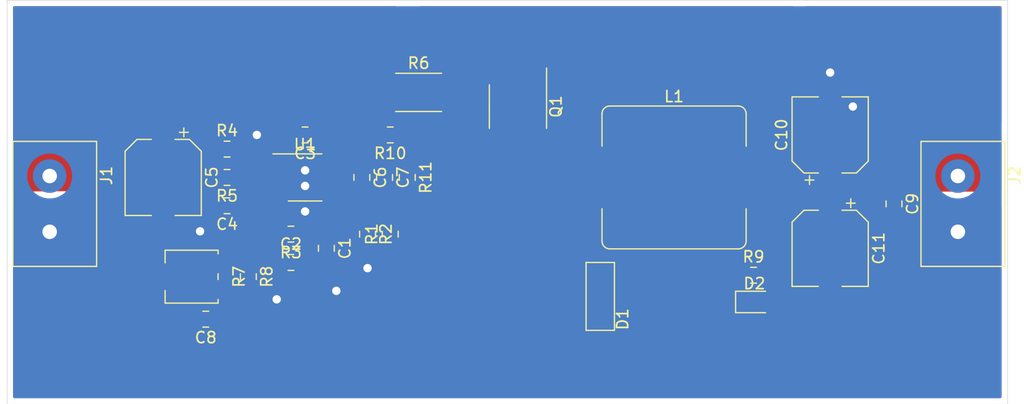
<source format=kicad_pcb>
(kicad_pcb (version 20171130) (host pcbnew "(5.1.2)-1")

  (general
    (thickness 1.6)
    (drawings 4)
    (tracks 97)
    (zones 0)
    (modules 29)
    (nets 18)
  )

  (page A4)
  (layers
    (0 F.Cu signal)
    (31 B.Cu signal)
    (32 B.Adhes user)
    (33 F.Adhes user)
    (34 B.Paste user)
    (35 F.Paste user)
    (36 B.SilkS user)
    (37 F.SilkS user)
    (38 B.Mask user)
    (39 F.Mask user)
    (40 Dwgs.User user)
    (41 Cmts.User user)
    (42 Eco1.User user)
    (43 Eco2.User user)
    (44 Edge.Cuts user)
    (45 Margin user)
    (46 B.CrtYd user)
    (47 F.CrtYd user)
    (48 B.Fab user)
    (49 F.Fab user hide)
  )

  (setup
    (last_trace_width 0.3)
    (user_trace_width 0.3)
    (user_trace_width 3)
    (trace_clearance 0.2)
    (zone_clearance 0.508)
    (zone_45_only no)
    (trace_min 0.2)
    (via_size 0.8)
    (via_drill 0.4)
    (via_min_size 0.4)
    (via_min_drill 0.3)
    (uvia_size 0.3)
    (uvia_drill 0.1)
    (uvias_allowed no)
    (uvia_min_size 0.2)
    (uvia_min_drill 0.1)
    (edge_width 0.05)
    (segment_width 0.2)
    (pcb_text_width 0.3)
    (pcb_text_size 1.5 1.5)
    (mod_edge_width 0.12)
    (mod_text_size 1 1)
    (mod_text_width 0.15)
    (pad_size 1.524 1.524)
    (pad_drill 0.762)
    (pad_to_mask_clearance 0.051)
    (solder_mask_min_width 0.25)
    (aux_axis_origin 0 0)
    (visible_elements 7FFFFFFF)
    (pcbplotparams
      (layerselection 0x010fc_ffffffff)
      (usegerberextensions false)
      (usegerberattributes false)
      (usegerberadvancedattributes false)
      (creategerberjobfile false)
      (excludeedgelayer true)
      (linewidth 0.100000)
      (plotframeref false)
      (viasonmask false)
      (mode 1)
      (useauxorigin false)
      (hpglpennumber 1)
      (hpglpenspeed 20)
      (hpglpendiameter 15.000000)
      (psnegative false)
      (psa4output false)
      (plotreference true)
      (plotvalue true)
      (plotinvisibletext false)
      (padsonsilk false)
      (subtractmaskfromsilk false)
      (outputformat 1)
      (mirror false)
      (drillshape 1)
      (scaleselection 1)
      (outputdirectory ""))
  )

  (net 0 "")
  (net 1 GND)
  (net 2 "Net-(C1-Pad1)")
  (net 3 "Net-(C2-Pad1)")
  (net 4 VDC)
  (net 5 "Net-(C4-Pad1)")
  (net 6 "Net-(C6-Pad2)")
  (net 7 "Net-(C7-Pad2)")
  (net 8 "Net-(C8-Pad2)")
  (net 9 "Net-(D1-Pad1)")
  (net 10 "Net-(D2-Pad2)")
  (net 11 "Net-(R1-Pad2)")
  (net 12 "Net-(R4-Pad2)")
  (net 13 "Net-(R5-Pad1)")
  (net 14 "Net-(Q1-Pad4)")
  (net 15 /VOUT)
  (net 16 "Net-(R10-Pad2)")
  (net 17 "Net-(R1-Pad1)")

  (net_class Default "This is the default net class."
    (clearance 0.2)
    (trace_width 0.25)
    (via_dia 0.8)
    (via_drill 0.4)
    (uvia_dia 0.3)
    (uvia_drill 0.1)
    (add_net /VOUT)
    (add_net GND)
    (add_net "Net-(C1-Pad1)")
    (add_net "Net-(C2-Pad1)")
    (add_net "Net-(C4-Pad1)")
    (add_net "Net-(C6-Pad2)")
    (add_net "Net-(C7-Pad2)")
    (add_net "Net-(C8-Pad2)")
    (add_net "Net-(D1-Pad1)")
    (add_net "Net-(D2-Pad2)")
    (add_net "Net-(Q1-Pad4)")
    (add_net "Net-(R1-Pad1)")
    (add_net "Net-(R1-Pad2)")
    (add_net "Net-(R10-Pad2)")
    (add_net "Net-(R4-Pad2)")
    (add_net "Net-(R5-Pad1)")
    (add_net "Net-(U1-Pad7)")
    (add_net VDC)
  )

  (module Package_SO:MSOP-12-1EP_3x4mm_P0.65mm_EP1.65x2.85mm (layer F.Cu) (tedit 5C59F590) (tstamp 5CFD8179)
    (at 132.08 87.63)
    (descr "MSOP, 12 Pin (https://www.analog.com/media/en/technical-documentation/data-sheets/3652fe.pdf#page=24), generated with kicad-footprint-generator ipc_gullwing_generator.py")
    (tags "MSOP SO")
    (path /5CF4E57B)
    (attr smd)
    (fp_text reference U1 (at 0 -2.95) (layer F.SilkS)
      (effects (font (size 1 1) (thickness 0.15)))
    )
    (fp_text value LTC3864 (at 0 2.95) (layer F.Fab)
      (effects (font (size 1 1) (thickness 0.15)))
    )
    (fp_text user %R (at 0 0) (layer F.Fab)
      (effects (font (size 0.75 0.75) (thickness 0.11)))
    )
    (fp_line (start 3.12 -2.25) (end -3.12 -2.25) (layer F.CrtYd) (width 0.05))
    (fp_line (start 3.12 2.25) (end 3.12 -2.25) (layer F.CrtYd) (width 0.05))
    (fp_line (start -3.12 2.25) (end 3.12 2.25) (layer F.CrtYd) (width 0.05))
    (fp_line (start -3.12 -2.25) (end -3.12 2.25) (layer F.CrtYd) (width 0.05))
    (fp_line (start -1.5 -1.25) (end -0.75 -2) (layer F.Fab) (width 0.1))
    (fp_line (start -1.5 2) (end -1.5 -1.25) (layer F.Fab) (width 0.1))
    (fp_line (start 1.5 2) (end -1.5 2) (layer F.Fab) (width 0.1))
    (fp_line (start 1.5 -2) (end 1.5 2) (layer F.Fab) (width 0.1))
    (fp_line (start -0.75 -2) (end 1.5 -2) (layer F.Fab) (width 0.1))
    (fp_line (start 0 -2.11) (end -2.875 -2.11) (layer F.SilkS) (width 0.12))
    (fp_line (start 0 -2.11) (end 1.5 -2.11) (layer F.SilkS) (width 0.12))
    (fp_line (start 0 2.11) (end -1.5 2.11) (layer F.SilkS) (width 0.12))
    (fp_line (start 0 2.11) (end 1.5 2.11) (layer F.SilkS) (width 0.12))
    (pad 12 smd roundrect (at 2.15 -1.625) (size 1.45 0.4) (layers F.Cu F.Paste F.Mask) (roundrect_rratio 0.25)
      (net 16 "Net-(R10-Pad2)"))
    (pad 11 smd roundrect (at 2.15 -0.975) (size 1.45 0.4) (layers F.Cu F.Paste F.Mask) (roundrect_rratio 0.25)
      (net 4 VDC))
    (pad 10 smd roundrect (at 2.15 -0.325) (size 1.45 0.4) (layers F.Cu F.Paste F.Mask) (roundrect_rratio 0.25)
      (net 7 "Net-(C7-Pad2)"))
    (pad 9 smd roundrect (at 2.15 0.325) (size 1.45 0.4) (layers F.Cu F.Paste F.Mask) (roundrect_rratio 0.25)
      (net 6 "Net-(C6-Pad2)"))
    (pad 8 smd roundrect (at 2.15 0.975) (size 1.45 0.4) (layers F.Cu F.Paste F.Mask) (roundrect_rratio 0.25)
      (net 11 "Net-(R1-Pad2)"))
    (pad 7 smd roundrect (at 2.15 1.625) (size 1.45 0.4) (layers F.Cu F.Paste F.Mask) (roundrect_rratio 0.25))
    (pad 6 smd roundrect (at -2.15 1.625) (size 1.45 0.4) (layers F.Cu F.Paste F.Mask) (roundrect_rratio 0.25)
      (net 3 "Net-(C2-Pad1)"))
    (pad 5 smd roundrect (at -2.15 0.975) (size 1.45 0.4) (layers F.Cu F.Paste F.Mask) (roundrect_rratio 0.25)
      (net 8 "Net-(C8-Pad2)"))
    (pad 4 smd roundrect (at -2.15 0.325) (size 1.45 0.4) (layers F.Cu F.Paste F.Mask) (roundrect_rratio 0.25)
      (net 5 "Net-(C4-Pad1)"))
    (pad 3 smd roundrect (at -2.15 -0.325) (size 1.45 0.4) (layers F.Cu F.Paste F.Mask) (roundrect_rratio 0.25)
      (net 1 GND))
    (pad 2 smd roundrect (at -2.15 -0.975) (size 1.45 0.4) (layers F.Cu F.Paste F.Mask) (roundrect_rratio 0.25)
      (net 13 "Net-(R5-Pad1)"))
    (pad 1 smd roundrect (at -2.15 -1.625) (size 1.45 0.4) (layers F.Cu F.Paste F.Mask) (roundrect_rratio 0.25)
      (net 12 "Net-(R4-Pad2)"))
    (pad "" smd roundrect (at 0.41 0.71) (size 0.67 1.15) (layers F.Paste) (roundrect_rratio 0.25))
    (pad "" smd roundrect (at 0.41 -0.71) (size 0.67 1.15) (layers F.Paste) (roundrect_rratio 0.25))
    (pad "" smd roundrect (at -0.41 0.71) (size 0.67 1.15) (layers F.Paste) (roundrect_rratio 0.25))
    (pad "" smd roundrect (at -0.41 -0.71) (size 0.67 1.15) (layers F.Paste) (roundrect_rratio 0.25))
    (pad 13 smd roundrect (at 0 0) (size 1.65 2.85) (layers F.Cu F.Mask) (roundrect_rratio 0.151515)
      (net 1 GND))
    (model ${KISYS3DMOD}/Package_SO.3dshapes/MSOP-12-1EP_3x4mm_P0.65mm_EP1.65x2.85mm.wrl
      (at (xyz 0 0 0))
      (scale (xyz 1 1 1))
      (rotate (xyz 0 0 0))
    )
  )

  (module Resistor_SMD:R_0805_2012Metric (layer F.Cu) (tedit 5B36C52B) (tstamp 5D0C0E13)
    (at 141.224 87.63 270)
    (descr "Resistor SMD 0805 (2012 Metric), square (rectangular) end terminal, IPC_7351 nominal, (Body size source: https://docs.google.com/spreadsheets/d/1BsfQQcO9C6DZCsRaXUlFlo91Tg2WpOkGARC1WS5S8t0/edit?usp=sharing), generated with kicad-footprint-generator")
    (tags resistor)
    (path /5D0DF114)
    (attr smd)
    (fp_text reference R11 (at 0 -1.651 90) (layer F.SilkS)
      (effects (font (size 1 1) (thickness 0.15)))
    )
    (fp_text value 0 (at 0 1.65 90) (layer F.Fab)
      (effects (font (size 1 1) (thickness 0.15)))
    )
    (fp_text user %R (at 0 0 90) (layer F.Fab)
      (effects (font (size 0.5 0.5) (thickness 0.08)))
    )
    (fp_line (start 1.68 0.95) (end -1.68 0.95) (layer F.CrtYd) (width 0.05))
    (fp_line (start 1.68 -0.95) (end 1.68 0.95) (layer F.CrtYd) (width 0.05))
    (fp_line (start -1.68 -0.95) (end 1.68 -0.95) (layer F.CrtYd) (width 0.05))
    (fp_line (start -1.68 0.95) (end -1.68 -0.95) (layer F.CrtYd) (width 0.05))
    (fp_line (start -0.258578 0.71) (end 0.258578 0.71) (layer F.SilkS) (width 0.12))
    (fp_line (start -0.258578 -0.71) (end 0.258578 -0.71) (layer F.SilkS) (width 0.12))
    (fp_line (start 1 0.6) (end -1 0.6) (layer F.Fab) (width 0.1))
    (fp_line (start 1 -0.6) (end 1 0.6) (layer F.Fab) (width 0.1))
    (fp_line (start -1 -0.6) (end 1 -0.6) (layer F.Fab) (width 0.1))
    (fp_line (start -1 0.6) (end -1 -0.6) (layer F.Fab) (width 0.1))
    (pad 2 smd roundrect (at 0.9375 0 270) (size 0.975 1.4) (layers F.Cu F.Paste F.Mask) (roundrect_rratio 0.25)
      (net 17 "Net-(R1-Pad1)"))
    (pad 1 smd roundrect (at -0.9375 0 270) (size 0.975 1.4) (layers F.Cu F.Paste F.Mask) (roundrect_rratio 0.25)
      (net 4 VDC))
    (model ${KISYS3DMOD}/Resistor_SMD.3dshapes/R_0805_2012Metric.wrl
      (at (xyz 0 0 0))
      (scale (xyz 1 1 1))
      (rotate (xyz 0 0 0))
    )
  )

  (module Resistor_SMD:R_0805_2012Metric (layer F.Cu) (tedit 5B36C52B) (tstamp 5CFEC714)
    (at 139.7 83.82 180)
    (descr "Resistor SMD 0805 (2012 Metric), square (rectangular) end terminal, IPC_7351 nominal, (Body size source: https://docs.google.com/spreadsheets/d/1BsfQQcO9C6DZCsRaXUlFlo91Tg2WpOkGARC1WS5S8t0/edit?usp=sharing), generated with kicad-footprint-generator")
    (tags resistor)
    (path /5D1397D4)
    (attr smd)
    (fp_text reference R10 (at 0 -1.65) (layer F.SilkS)
      (effects (font (size 1 1) (thickness 0.15)))
    )
    (fp_text value 0 (at 0 1.65) (layer F.Fab)
      (effects (font (size 1 1) (thickness 0.15)))
    )
    (fp_text user %R (at 0 0) (layer F.Fab)
      (effects (font (size 0.5 0.5) (thickness 0.08)))
    )
    (fp_line (start 1.68 0.95) (end -1.68 0.95) (layer F.CrtYd) (width 0.05))
    (fp_line (start 1.68 -0.95) (end 1.68 0.95) (layer F.CrtYd) (width 0.05))
    (fp_line (start -1.68 -0.95) (end 1.68 -0.95) (layer F.CrtYd) (width 0.05))
    (fp_line (start -1.68 0.95) (end -1.68 -0.95) (layer F.CrtYd) (width 0.05))
    (fp_line (start -0.258578 0.71) (end 0.258578 0.71) (layer F.SilkS) (width 0.12))
    (fp_line (start -0.258578 -0.71) (end 0.258578 -0.71) (layer F.SilkS) (width 0.12))
    (fp_line (start 1 0.6) (end -1 0.6) (layer F.Fab) (width 0.1))
    (fp_line (start 1 -0.6) (end 1 0.6) (layer F.Fab) (width 0.1))
    (fp_line (start -1 -0.6) (end 1 -0.6) (layer F.Fab) (width 0.1))
    (fp_line (start -1 0.6) (end -1 -0.6) (layer F.Fab) (width 0.1))
    (pad 2 smd roundrect (at 0.9375 0 180) (size 0.975 1.4) (layers F.Cu F.Paste F.Mask) (roundrect_rratio 0.25)
      (net 16 "Net-(R10-Pad2)"))
    (pad 1 smd roundrect (at -0.9375 0 180) (size 0.975 1.4) (layers F.Cu F.Paste F.Mask) (roundrect_rratio 0.25)
      (net 14 "Net-(Q1-Pad4)"))
    (model ${KISYS3DMOD}/Resistor_SMD.3dshapes/R_0805_2012Metric.wrl
      (at (xyz 0 0 0))
      (scale (xyz 1 1 1))
      (rotate (xyz 0 0 0))
    )
  )

  (module Resistor_SMD:R_2512_6332Metric (layer F.Cu) (tedit 5B301BBD) (tstamp 5CFD7C25)
    (at 142.24 80.01)
    (descr "Resistor SMD 2512 (6332 Metric), square (rectangular) end terminal, IPC_7351 nominal, (Body size source: http://www.tortai-tech.com/upload/download/2011102023233369053.pdf), generated with kicad-footprint-generator")
    (tags resistor)
    (path /5CF86CAD)
    (attr smd)
    (fp_text reference R6 (at 0 -2.62) (layer F.SilkS)
      (effects (font (size 1 1) (thickness 0.15)))
    )
    (fp_text value 0.015 (at 0 2.62) (layer F.Fab)
      (effects (font (size 1 1) (thickness 0.15)))
    )
    (fp_text user %R (at 0 0) (layer F.Fab)
      (effects (font (size 1 1) (thickness 0.15)))
    )
    (fp_line (start 3.82 1.92) (end -3.82 1.92) (layer F.CrtYd) (width 0.05))
    (fp_line (start 3.82 -1.92) (end 3.82 1.92) (layer F.CrtYd) (width 0.05))
    (fp_line (start -3.82 -1.92) (end 3.82 -1.92) (layer F.CrtYd) (width 0.05))
    (fp_line (start -3.82 1.92) (end -3.82 -1.92) (layer F.CrtYd) (width 0.05))
    (fp_line (start -2.052064 1.71) (end 2.052064 1.71) (layer F.SilkS) (width 0.12))
    (fp_line (start -2.052064 -1.71) (end 2.052064 -1.71) (layer F.SilkS) (width 0.12))
    (fp_line (start 3.15 1.6) (end -3.15 1.6) (layer F.Fab) (width 0.1))
    (fp_line (start 3.15 -1.6) (end 3.15 1.6) (layer F.Fab) (width 0.1))
    (fp_line (start -3.15 -1.6) (end 3.15 -1.6) (layer F.Fab) (width 0.1))
    (fp_line (start -3.15 1.6) (end -3.15 -1.6) (layer F.Fab) (width 0.1))
    (pad 2 smd roundrect (at 2.9 0) (size 1.35 3.35) (layers F.Cu F.Paste F.Mask) (roundrect_rratio 0.185185)
      (net 7 "Net-(C7-Pad2)"))
    (pad 1 smd roundrect (at -2.9 0) (size 1.35 3.35) (layers F.Cu F.Paste F.Mask) (roundrect_rratio 0.185185)
      (net 4 VDC))
    (model ${KISYS3DMOD}/Resistor_SMD.3dshapes/R_2512_6332Metric.wrl
      (at (xyz 0 0 0))
      (scale (xyz 1 1 1))
      (rotate (xyz 0 0 0))
    )
  )

  (module Capacitor_SMD:C_0805_2012Metric (layer F.Cu) (tedit 5B36C52B) (tstamp 5CFD7A68)
    (at 137.16 87.63 270)
    (descr "Capacitor SMD 0805 (2012 Metric), square (rectangular) end terminal, IPC_7351 nominal, (Body size source: https://docs.google.com/spreadsheets/d/1BsfQQcO9C6DZCsRaXUlFlo91Tg2WpOkGARC1WS5S8t0/edit?usp=sharing), generated with kicad-footprint-generator")
    (tags capacitor)
    (path /5CF78FB9)
    (attr smd)
    (fp_text reference C6 (at 0 -1.65 90) (layer F.SilkS)
      (effects (font (size 1 1) (thickness 0.15)))
    )
    (fp_text value 470n (at 0 1.65 90) (layer F.Fab)
      (effects (font (size 1 1) (thickness 0.15)))
    )
    (fp_text user %R (at 0 0 90) (layer F.Fab)
      (effects (font (size 0.5 0.5) (thickness 0.08)))
    )
    (fp_line (start 1.68 0.95) (end -1.68 0.95) (layer F.CrtYd) (width 0.05))
    (fp_line (start 1.68 -0.95) (end 1.68 0.95) (layer F.CrtYd) (width 0.05))
    (fp_line (start -1.68 -0.95) (end 1.68 -0.95) (layer F.CrtYd) (width 0.05))
    (fp_line (start -1.68 0.95) (end -1.68 -0.95) (layer F.CrtYd) (width 0.05))
    (fp_line (start -0.258578 0.71) (end 0.258578 0.71) (layer F.SilkS) (width 0.12))
    (fp_line (start -0.258578 -0.71) (end 0.258578 -0.71) (layer F.SilkS) (width 0.12))
    (fp_line (start 1 0.6) (end -1 0.6) (layer F.Fab) (width 0.1))
    (fp_line (start 1 -0.6) (end 1 0.6) (layer F.Fab) (width 0.1))
    (fp_line (start -1 -0.6) (end 1 -0.6) (layer F.Fab) (width 0.1))
    (fp_line (start -1 0.6) (end -1 -0.6) (layer F.Fab) (width 0.1))
    (pad 2 smd roundrect (at 0.9375 0 270) (size 0.975 1.4) (layers F.Cu F.Paste F.Mask) (roundrect_rratio 0.25)
      (net 6 "Net-(C6-Pad2)"))
    (pad 1 smd roundrect (at -0.9375 0 270) (size 0.975 1.4) (layers F.Cu F.Paste F.Mask) (roundrect_rratio 0.25)
      (net 4 VDC))
    (model ${KISYS3DMOD}/Capacitor_SMD.3dshapes/C_0805_2012Metric.wrl
      (at (xyz 0 0 0))
      (scale (xyz 1 1 1))
      (rotate (xyz 0 0 0))
    )
  )

  (module Potentiometer_SMD:Potentiometer_Bourns_3314J_Vertical (layer F.Cu) (tedit 5A81E1D7) (tstamp 5CFE4795)
    (at 121.92 96.52 270)
    (descr "Potentiometer, vertical, Bourns 3314J, http://www.bourns.com/docs/Product-Datasheets/3314.pdf")
    (tags "Potentiometer vertical Bourns 3314J")
    (path /5D07793D)
    (attr smd)
    (fp_text reference R7 (at 0 -4.25 90) (layer F.SilkS)
      (effects (font (size 1 1) (thickness 0.15)))
    )
    (fp_text value 100K (at 0 4.25 90) (layer F.Fab)
      (effects (font (size 1 1) (thickness 0.15)))
    )
    (fp_text user %R (at 0 -1.7 90) (layer F.Fab)
      (effects (font (size 0.63 0.63) (thickness 0.15)))
    )
    (fp_line (start 2.5 -3.25) (end -2.5 -3.25) (layer F.CrtYd) (width 0.05))
    (fp_line (start 2.5 3.25) (end 2.5 -3.25) (layer F.CrtYd) (width 0.05))
    (fp_line (start -2.5 3.25) (end 2.5 3.25) (layer F.CrtYd) (width 0.05))
    (fp_line (start -2.5 -3.25) (end -2.5 3.25) (layer F.CrtYd) (width 0.05))
    (fp_line (start 2.37 -2.37) (end 2.37 2.37) (layer F.SilkS) (width 0.12))
    (fp_line (start -2.37 -2.37) (end -2.37 2.37) (layer F.SilkS) (width 0.12))
    (fp_line (start 1.24 2.37) (end 2.37 2.37) (layer F.SilkS) (width 0.12))
    (fp_line (start -2.37 2.37) (end -1.24 2.37) (layer F.SilkS) (width 0.12))
    (fp_line (start -0.259 -2.37) (end 0.26 -2.37) (layer F.SilkS) (width 0.12))
    (fp_line (start -2.37 -2.37) (end -2.039 -2.37) (layer F.SilkS) (width 0.12))
    (fp_line (start 2.04 -2.37) (end 2.37 -2.37) (layer F.SilkS) (width 0.12))
    (fp_line (start 0 0.99) (end 0.001 -0.989) (layer F.Fab) (width 0.1))
    (fp_line (start 0 0.99) (end 0.001 -0.989) (layer F.Fab) (width 0.1))
    (fp_line (start 2.25 -2.25) (end -2.25 -2.25) (layer F.Fab) (width 0.1))
    (fp_line (start 2.25 2.25) (end 2.25 -2.25) (layer F.Fab) (width 0.1))
    (fp_line (start -2.25 2.25) (end 2.25 2.25) (layer F.Fab) (width 0.1))
    (fp_line (start -2.25 -2.25) (end -2.25 2.25) (layer F.Fab) (width 0.1))
    (fp_circle (center 0 0) (end 1 0) (layer F.Fab) (width 0.1))
    (pad 3 smd rect (at -1.15 -2 270) (size 1.3 2) (layers F.Cu F.Paste F.Mask)
      (net 8 "Net-(C8-Pad2)"))
    (pad 2 smd rect (at 0 2 270) (size 2 2) (layers F.Cu F.Paste F.Mask)
      (net 8 "Net-(C8-Pad2)"))
    (pad 1 smd rect (at 1.15 -2 270) (size 1.3 2) (layers F.Cu F.Paste F.Mask)
      (net 15 /VOUT))
    (model ${KISYS3DMOD}/Potentiometer_SMD.3dshapes/Potentiometer_Bourns_3314J_Vertical.wrl
      (at (xyz 0 0 0))
      (scale (xyz 1 1 1))
      (rotate (xyz 0 0 0))
    )
  )

  (module Connector:691102710002 (layer F.Cu) (tedit 5CFD944E) (tstamp 5CFE6F24)
    (at 190.5 90 270)
    (path /5D065E71)
    (fp_text reference J2 (at -2.54 -5.08 90) (layer F.SilkS)
      (effects (font (size 1 1) (thickness 0.15)))
    )
    (fp_text value Screw_Terminal_01x02 (at 6.35 -5.08 90) (layer F.Fab)
      (effects (font (size 1 1) (thickness 0.15)))
    )
    (fp_line (start 5.6 -4.2) (end 5.6 3.3) (layer F.SilkS) (width 0.12))
    (fp_line (start -5.6 -4.2) (end 5.6 -4.2) (layer F.SilkS) (width 0.12))
    (fp_line (start -5.6 3.3) (end 5.6 3.3) (layer F.SilkS) (width 0.12))
    (fp_line (start -5.6 -4.2) (end -5.6 3.3) (layer F.SilkS) (width 0.12))
    (pad 2 thru_hole circle (at 2.5 0 270) (size 3 3) (drill 1.3) (layers *.Cu *.Mask)
      (net 1 GND))
    (pad 1 thru_hole circle (at -2.5 0 270) (size 3 3) (drill 1.3) (layers *.Cu *.Mask)
      (net 15 /VOUT))
  )

  (module Connector:691102710002 (layer F.Cu) (tedit 5CFD944E) (tstamp 5CFE3D56)
    (at 109.22 90 270)
    (path /5D06500E)
    (fp_text reference J1 (at -2.54 -5.08 90) (layer F.SilkS)
      (effects (font (size 1 1) (thickness 0.15)))
    )
    (fp_text value Screw_Terminal_01x02 (at 6.35 -5.08 90) (layer F.Fab)
      (effects (font (size 1 1) (thickness 0.15)))
    )
    (fp_line (start 5.6 -4.2) (end 5.6 3.3) (layer F.SilkS) (width 0.12))
    (fp_line (start -5.6 -4.2) (end 5.6 -4.2) (layer F.SilkS) (width 0.12))
    (fp_line (start -5.6 3.3) (end 5.6 3.3) (layer F.SilkS) (width 0.12))
    (fp_line (start -5.6 -4.2) (end -5.6 3.3) (layer F.SilkS) (width 0.12))
    (pad 2 thru_hole circle (at 2.5 0 270) (size 3 3) (drill 1.3) (layers *.Cu *.Mask)
      (net 1 GND))
    (pad 1 thru_hole circle (at -2.5 0 270) (size 3 3) (drill 1.3) (layers *.Cu *.Mask)
      (net 4 VDC))
  )

  (module Diode_SMD:D_PowerDI-5 (layer F.Cu) (tedit 5CFD8FE6) (tstamp 5CFD7B81)
    (at 158.496 100.33 270)
    (descr http://www.diodes.com/_files/datasheets/ds30497.pdf)
    (tags "PowerDI diode vishay")
    (path /5CF90B20)
    (attr smd)
    (fp_text reference D1 (at 0 -2 90) (layer F.SilkS)
      (effects (font (size 1 1) (thickness 0.15)))
    )
    (fp_text value PDS760 (at 0 2.5 90) (layer F.Fab)
      (effects (font (size 1 1) (thickness 0.15)))
    )
    (fp_line (start 1 -1.27) (end 1 1.27) (layer F.SilkS) (width 0.12))
    (fp_line (start -5.08 1.27) (end -5.08 -1.27) (layer F.SilkS) (width 0.12))
    (fp_line (start -5.08 1.27) (end 1 1.27) (layer F.SilkS) (width 0.12))
    (fp_line (start 1 -1.27) (end -5.08 -1.27) (layer F.SilkS) (width 0.12))
    (fp_line (start -2.5 1.3) (end -2.5 -1.3) (layer F.CrtYd) (width 0.05))
    (fp_line (start -2.5 -1.3) (end 2.5 -1.3) (layer F.CrtYd) (width 0.05))
    (fp_line (start 2.5 -1.3) (end 2.5 1.3) (layer F.CrtYd) (width 0.05))
    (fp_line (start 2.5 1.3) (end -2.5 1.3) (layer F.CrtYd) (width 0.05))
    (fp_line (start -1.4 -0.9) (end 1.4 -0.9) (layer F.Fab) (width 0.1))
    (fp_line (start 1.4 -0.9) (end 1.4 0.9) (layer F.Fab) (width 0.1))
    (fp_line (start 1.4 0.9) (end -1.4 0.9) (layer F.Fab) (width 0.1))
    (fp_line (start -1.4 0.9) (end -1.4 -0.9) (layer F.Fab) (width 0.1))
    (fp_line (start -0.8 0) (end -0.5 0) (layer F.Fab) (width 0.1))
    (fp_line (start -0.5 0) (end -0.5 -0.5) (layer F.Fab) (width 0.1))
    (fp_line (start -0.5 0) (end -0.5 0.5) (layer F.Fab) (width 0.1))
    (fp_line (start -0.5 0) (end 0.3 0.5) (layer F.Fab) (width 0.1))
    (fp_line (start 0.3 0.5) (end 0.3 -0.5) (layer F.Fab) (width 0.1))
    (fp_line (start 0.3 -0.5) (end -0.5 0) (layer F.Fab) (width 0.1))
    (fp_line (start 0.3 0) (end 0.7 0) (layer F.Fab) (width 0.1))
    (fp_text user %R (at 0 -2 90) (layer F.Fab)
      (effects (font (size 1 1) (thickness 0.15)))
    )
    (pad 2 smd rect (at 1.126 0.92 180) (size 1.4 1.39) (layers F.Cu F.Paste F.Mask)
      (net 1 GND))
    (pad 2 smd rect (at 1.126 -0.92 180) (size 1.4 1.39) (layers F.Cu F.Paste F.Mask)
      (net 1 GND))
    (pad 1 smd rect (at -2.856 0 90) (size 4.86 3.36) (layers F.Cu F.Paste F.Mask)
      (net 9 "Net-(D1-Pad1)"))
    (model ${KISYS3DMOD}/Diode_SMD.3dshapes/D_PowerDI-123.wrl
      (at (xyz 0 0 0))
      (scale (xyz 1 1 1))
      (rotate (xyz 0 0 0))
    )
  )

  (module Capacitor_SMD:CP_Elec_6.3x7.7 (layer F.Cu) (tedit 5BCA39D0) (tstamp 5CFD7A57)
    (at 119.38 87.63 270)
    (descr "SMD capacitor, aluminum electrolytic, Nichicon, 6.3x7.7mm")
    (tags "capacitor electrolytic")
    (path /5CF730E9)
    (attr smd)
    (fp_text reference C5 (at 0 -4.35 90) (layer F.SilkS)
      (effects (font (size 1 1) (thickness 0.15)))
    )
    (fp_text value 47u/50V (at 0 4.35 90) (layer F.Fab)
      (effects (font (size 1 1) (thickness 0.15)))
    )
    (fp_text user %R (at 0 0 90) (layer F.Fab)
      (effects (font (size 1 1) (thickness 0.15)))
    )
    (fp_line (start -4.7 1.05) (end -3.55 1.05) (layer F.CrtYd) (width 0.05))
    (fp_line (start -4.7 -1.05) (end -4.7 1.05) (layer F.CrtYd) (width 0.05))
    (fp_line (start -3.55 -1.05) (end -4.7 -1.05) (layer F.CrtYd) (width 0.05))
    (fp_line (start -3.55 1.05) (end -3.55 2.4) (layer F.CrtYd) (width 0.05))
    (fp_line (start -3.55 -2.4) (end -3.55 -1.05) (layer F.CrtYd) (width 0.05))
    (fp_line (start -3.55 -2.4) (end -2.4 -3.55) (layer F.CrtYd) (width 0.05))
    (fp_line (start -3.55 2.4) (end -2.4 3.55) (layer F.CrtYd) (width 0.05))
    (fp_line (start -2.4 -3.55) (end 3.55 -3.55) (layer F.CrtYd) (width 0.05))
    (fp_line (start -2.4 3.55) (end 3.55 3.55) (layer F.CrtYd) (width 0.05))
    (fp_line (start 3.55 1.05) (end 3.55 3.55) (layer F.CrtYd) (width 0.05))
    (fp_line (start 4.7 1.05) (end 3.55 1.05) (layer F.CrtYd) (width 0.05))
    (fp_line (start 4.7 -1.05) (end 4.7 1.05) (layer F.CrtYd) (width 0.05))
    (fp_line (start 3.55 -1.05) (end 4.7 -1.05) (layer F.CrtYd) (width 0.05))
    (fp_line (start 3.55 -3.55) (end 3.55 -1.05) (layer F.CrtYd) (width 0.05))
    (fp_line (start -4.04375 -2.24125) (end -4.04375 -1.45375) (layer F.SilkS) (width 0.12))
    (fp_line (start -4.4375 -1.8475) (end -3.65 -1.8475) (layer F.SilkS) (width 0.12))
    (fp_line (start -3.41 2.345563) (end -2.345563 3.41) (layer F.SilkS) (width 0.12))
    (fp_line (start -3.41 -2.345563) (end -2.345563 -3.41) (layer F.SilkS) (width 0.12))
    (fp_line (start -3.41 -2.345563) (end -3.41 -1.06) (layer F.SilkS) (width 0.12))
    (fp_line (start -3.41 2.345563) (end -3.41 1.06) (layer F.SilkS) (width 0.12))
    (fp_line (start -2.345563 3.41) (end 3.41 3.41) (layer F.SilkS) (width 0.12))
    (fp_line (start -2.345563 -3.41) (end 3.41 -3.41) (layer F.SilkS) (width 0.12))
    (fp_line (start 3.41 -3.41) (end 3.41 -1.06) (layer F.SilkS) (width 0.12))
    (fp_line (start 3.41 3.41) (end 3.41 1.06) (layer F.SilkS) (width 0.12))
    (fp_line (start -2.389838 -1.645) (end -2.389838 -1.015) (layer F.Fab) (width 0.1))
    (fp_line (start -2.704838 -1.33) (end -2.074838 -1.33) (layer F.Fab) (width 0.1))
    (fp_line (start -3.3 2.3) (end -2.3 3.3) (layer F.Fab) (width 0.1))
    (fp_line (start -3.3 -2.3) (end -2.3 -3.3) (layer F.Fab) (width 0.1))
    (fp_line (start -3.3 -2.3) (end -3.3 2.3) (layer F.Fab) (width 0.1))
    (fp_line (start -2.3 3.3) (end 3.3 3.3) (layer F.Fab) (width 0.1))
    (fp_line (start -2.3 -3.3) (end 3.3 -3.3) (layer F.Fab) (width 0.1))
    (fp_line (start 3.3 -3.3) (end 3.3 3.3) (layer F.Fab) (width 0.1))
    (fp_circle (center 0 0) (end 3.15 0) (layer F.Fab) (width 0.1))
    (pad 2 smd roundrect (at 2.7 0 270) (size 3.5 1.6) (layers F.Cu F.Paste F.Mask) (roundrect_rratio 0.15625)
      (net 1 GND))
    (pad 1 smd roundrect (at -2.7 0 270) (size 3.5 1.6) (layers F.Cu F.Paste F.Mask) (roundrect_rratio 0.15625)
      (net 4 VDC))
    (model ${KISYS3DMOD}/Capacitor_SMD.3dshapes/CP_Elec_6.3x7.7.wrl
      (at (xyz 0 0 0))
      (scale (xyz 1 1 1))
      (rotate (xyz 0 0 0))
    )
  )

  (module Capacitor_SMD:CP_Elec_6.3x5.8 (layer F.Cu) (tedit 5BCA39D0) (tstamp 5CFDC6C9)
    (at 179.07 93.98 270)
    (descr "SMD capacitor, aluminum electrolytic, Nichicon, 6.3x5.8mm")
    (tags "capacitor electrolytic")
    (path /5D017276)
    (attr smd)
    (fp_text reference C11 (at 0 -4.35 90) (layer F.SilkS)
      (effects (font (size 1 1) (thickness 0.15)))
    )
    (fp_text value 47u/35V (at 0 4.35 90) (layer F.Fab)
      (effects (font (size 1 1) (thickness 0.15)))
    )
    (fp_text user %R (at 0 0 90) (layer F.Fab)
      (effects (font (size 1 1) (thickness 0.15)))
    )
    (fp_line (start -4.7 1.05) (end -3.55 1.05) (layer F.CrtYd) (width 0.05))
    (fp_line (start -4.7 -1.05) (end -4.7 1.05) (layer F.CrtYd) (width 0.05))
    (fp_line (start -3.55 -1.05) (end -4.7 -1.05) (layer F.CrtYd) (width 0.05))
    (fp_line (start -3.55 1.05) (end -3.55 2.4) (layer F.CrtYd) (width 0.05))
    (fp_line (start -3.55 -2.4) (end -3.55 -1.05) (layer F.CrtYd) (width 0.05))
    (fp_line (start -3.55 -2.4) (end -2.4 -3.55) (layer F.CrtYd) (width 0.05))
    (fp_line (start -3.55 2.4) (end -2.4 3.55) (layer F.CrtYd) (width 0.05))
    (fp_line (start -2.4 -3.55) (end 3.55 -3.55) (layer F.CrtYd) (width 0.05))
    (fp_line (start -2.4 3.55) (end 3.55 3.55) (layer F.CrtYd) (width 0.05))
    (fp_line (start 3.55 1.05) (end 3.55 3.55) (layer F.CrtYd) (width 0.05))
    (fp_line (start 4.7 1.05) (end 3.55 1.05) (layer F.CrtYd) (width 0.05))
    (fp_line (start 4.7 -1.05) (end 4.7 1.05) (layer F.CrtYd) (width 0.05))
    (fp_line (start 3.55 -1.05) (end 4.7 -1.05) (layer F.CrtYd) (width 0.05))
    (fp_line (start 3.55 -3.55) (end 3.55 -1.05) (layer F.CrtYd) (width 0.05))
    (fp_line (start -4.04375 -2.24125) (end -4.04375 -1.45375) (layer F.SilkS) (width 0.12))
    (fp_line (start -4.4375 -1.8475) (end -3.65 -1.8475) (layer F.SilkS) (width 0.12))
    (fp_line (start -3.41 2.345563) (end -2.345563 3.41) (layer F.SilkS) (width 0.12))
    (fp_line (start -3.41 -2.345563) (end -2.345563 -3.41) (layer F.SilkS) (width 0.12))
    (fp_line (start -3.41 -2.345563) (end -3.41 -1.06) (layer F.SilkS) (width 0.12))
    (fp_line (start -3.41 2.345563) (end -3.41 1.06) (layer F.SilkS) (width 0.12))
    (fp_line (start -2.345563 3.41) (end 3.41 3.41) (layer F.SilkS) (width 0.12))
    (fp_line (start -2.345563 -3.41) (end 3.41 -3.41) (layer F.SilkS) (width 0.12))
    (fp_line (start 3.41 -3.41) (end 3.41 -1.06) (layer F.SilkS) (width 0.12))
    (fp_line (start 3.41 3.41) (end 3.41 1.06) (layer F.SilkS) (width 0.12))
    (fp_line (start -2.389838 -1.645) (end -2.389838 -1.015) (layer F.Fab) (width 0.1))
    (fp_line (start -2.704838 -1.33) (end -2.074838 -1.33) (layer F.Fab) (width 0.1))
    (fp_line (start -3.3 2.3) (end -2.3 3.3) (layer F.Fab) (width 0.1))
    (fp_line (start -3.3 -2.3) (end -2.3 -3.3) (layer F.Fab) (width 0.1))
    (fp_line (start -3.3 -2.3) (end -3.3 2.3) (layer F.Fab) (width 0.1))
    (fp_line (start -2.3 3.3) (end 3.3 3.3) (layer F.Fab) (width 0.1))
    (fp_line (start -2.3 -3.3) (end 3.3 -3.3) (layer F.Fab) (width 0.1))
    (fp_line (start 3.3 -3.3) (end 3.3 3.3) (layer F.Fab) (width 0.1))
    (fp_circle (center 0 0) (end 3.15 0) (layer F.Fab) (width 0.1))
    (pad 2 smd roundrect (at 2.7 0 270) (size 3.5 1.6) (layers F.Cu F.Paste F.Mask) (roundrect_rratio 0.15625)
      (net 1 GND))
    (pad 1 smd roundrect (at -2.7 0 270) (size 3.5 1.6) (layers F.Cu F.Paste F.Mask) (roundrect_rratio 0.15625)
      (net 15 /VOUT))
    (model ${KISYS3DMOD}/Capacitor_SMD.3dshapes/CP_Elec_6.3x5.8.wrl
      (at (xyz 0 0 0))
      (scale (xyz 1 1 1))
      (rotate (xyz 0 0 0))
    )
  )

  (module Capacitor_SMD:CP_Elec_6.3x5.8 (layer F.Cu) (tedit 5BCA39D0) (tstamp 5CFD7B65)
    (at 179.07 83.82 90)
    (descr "SMD capacitor, aluminum electrolytic, Nichicon, 6.3x5.8mm")
    (tags "capacitor electrolytic")
    (path /5CF98BF1)
    (attr smd)
    (fp_text reference C10 (at 0 -4.35 90) (layer F.SilkS)
      (effects (font (size 1 1) (thickness 0.15)))
    )
    (fp_text value 47u/35V (at 0 4.35 90) (layer F.Fab)
      (effects (font (size 1 1) (thickness 0.15)))
    )
    (fp_text user %R (at 0 0 90) (layer F.Fab)
      (effects (font (size 1 1) (thickness 0.15)))
    )
    (fp_line (start -4.7 1.05) (end -3.55 1.05) (layer F.CrtYd) (width 0.05))
    (fp_line (start -4.7 -1.05) (end -4.7 1.05) (layer F.CrtYd) (width 0.05))
    (fp_line (start -3.55 -1.05) (end -4.7 -1.05) (layer F.CrtYd) (width 0.05))
    (fp_line (start -3.55 1.05) (end -3.55 2.4) (layer F.CrtYd) (width 0.05))
    (fp_line (start -3.55 -2.4) (end -3.55 -1.05) (layer F.CrtYd) (width 0.05))
    (fp_line (start -3.55 -2.4) (end -2.4 -3.55) (layer F.CrtYd) (width 0.05))
    (fp_line (start -3.55 2.4) (end -2.4 3.55) (layer F.CrtYd) (width 0.05))
    (fp_line (start -2.4 -3.55) (end 3.55 -3.55) (layer F.CrtYd) (width 0.05))
    (fp_line (start -2.4 3.55) (end 3.55 3.55) (layer F.CrtYd) (width 0.05))
    (fp_line (start 3.55 1.05) (end 3.55 3.55) (layer F.CrtYd) (width 0.05))
    (fp_line (start 4.7 1.05) (end 3.55 1.05) (layer F.CrtYd) (width 0.05))
    (fp_line (start 4.7 -1.05) (end 4.7 1.05) (layer F.CrtYd) (width 0.05))
    (fp_line (start 3.55 -1.05) (end 4.7 -1.05) (layer F.CrtYd) (width 0.05))
    (fp_line (start 3.55 -3.55) (end 3.55 -1.05) (layer F.CrtYd) (width 0.05))
    (fp_line (start -4.04375 -2.24125) (end -4.04375 -1.45375) (layer F.SilkS) (width 0.12))
    (fp_line (start -4.4375 -1.8475) (end -3.65 -1.8475) (layer F.SilkS) (width 0.12))
    (fp_line (start -3.41 2.345563) (end -2.345563 3.41) (layer F.SilkS) (width 0.12))
    (fp_line (start -3.41 -2.345563) (end -2.345563 -3.41) (layer F.SilkS) (width 0.12))
    (fp_line (start -3.41 -2.345563) (end -3.41 -1.06) (layer F.SilkS) (width 0.12))
    (fp_line (start -3.41 2.345563) (end -3.41 1.06) (layer F.SilkS) (width 0.12))
    (fp_line (start -2.345563 3.41) (end 3.41 3.41) (layer F.SilkS) (width 0.12))
    (fp_line (start -2.345563 -3.41) (end 3.41 -3.41) (layer F.SilkS) (width 0.12))
    (fp_line (start 3.41 -3.41) (end 3.41 -1.06) (layer F.SilkS) (width 0.12))
    (fp_line (start 3.41 3.41) (end 3.41 1.06) (layer F.SilkS) (width 0.12))
    (fp_line (start -2.389838 -1.645) (end -2.389838 -1.015) (layer F.Fab) (width 0.1))
    (fp_line (start -2.704838 -1.33) (end -2.074838 -1.33) (layer F.Fab) (width 0.1))
    (fp_line (start -3.3 2.3) (end -2.3 3.3) (layer F.Fab) (width 0.1))
    (fp_line (start -3.3 -2.3) (end -2.3 -3.3) (layer F.Fab) (width 0.1))
    (fp_line (start -3.3 -2.3) (end -3.3 2.3) (layer F.Fab) (width 0.1))
    (fp_line (start -2.3 3.3) (end 3.3 3.3) (layer F.Fab) (width 0.1))
    (fp_line (start -2.3 -3.3) (end 3.3 -3.3) (layer F.Fab) (width 0.1))
    (fp_line (start 3.3 -3.3) (end 3.3 3.3) (layer F.Fab) (width 0.1))
    (fp_circle (center 0 0) (end 3.15 0) (layer F.Fab) (width 0.1))
    (pad 2 smd roundrect (at 2.7 0 90) (size 3.5 1.6) (layers F.Cu F.Paste F.Mask) (roundrect_rratio 0.15625)
      (net 1 GND))
    (pad 1 smd roundrect (at -2.7 0 90) (size 3.5 1.6) (layers F.Cu F.Paste F.Mask) (roundrect_rratio 0.15625)
      (net 15 /VOUT))
    (model ${KISYS3DMOD}/Capacitor_SMD.3dshapes/CP_Elec_6.3x5.8.wrl
      (at (xyz 0 0 0))
      (scale (xyz 1 1 1))
      (rotate (xyz 0 0 0))
    )
  )

  (module Inductor_SMD:L_Bourns_SRP1245A (layer F.Cu) (tedit 5AD32382) (tstamp 5CFD7BA5)
    (at 165.1 87.63)
    (descr "Bourns SRP1245A series SMD inductor http://www.bourns.com/docs/Product-Datasheets/SRP1245A.pdf")
    (tags "Bourns SRP1245A SMD inductor")
    (path /5CF8EB93)
    (attr smd)
    (fp_text reference L1 (at 0 -7.25) (layer F.SilkS)
      (effects (font (size 1 1) (thickness 0.15)))
    )
    (fp_text value 10u (at 0 7.4) (layer F.Fab)
      (effects (font (size 1 1) (thickness 0.15)))
    )
    (fp_line (start -7.35 -2.75) (end -6.55 -2.75) (layer F.CrtYd) (width 0.05))
    (fp_line (start -6.55 5.7) (end -6.55 2.75) (layer F.CrtYd) (width 0.05))
    (fp_line (start -6.55 -2.75) (end -6.55 -5.7) (layer F.CrtYd) (width 0.05))
    (fp_line (start -7.35 2.75) (end -6.55 2.75) (layer F.CrtYd) (width 0.05))
    (fp_line (start -7.35 2.75) (end -7.35 -2.75) (layer F.CrtYd) (width 0.05))
    (fp_line (start 6.55 2.75) (end 6.55 5.7) (layer F.CrtYd) (width 0.05))
    (fp_line (start 6.55 -5.7) (end 6.55 -2.75) (layer F.CrtYd) (width 0.05))
    (fp_line (start 7.35 -2.75) (end 7.35 2.75) (layer F.CrtYd) (width 0.05))
    (fp_line (start 7.35 -2.75) (end 6.55 -2.75) (layer F.CrtYd) (width 0.05))
    (fp_line (start 7.35 2.75) (end 6.55 2.75) (layer F.CrtYd) (width 0.05))
    (fp_line (start -5.75 -6.25) (end 5.75 -6.25) (layer F.Fab) (width 0.1))
    (fp_line (start -6.3 -5.75) (end -6.3 5.7) (layer F.Fab) (width 0.1))
    (fp_line (start 5.75 6.25) (end -5.75 6.25) (layer F.Fab) (width 0.1))
    (fp_line (start 6.3 -5.7) (end 6.3 5.7) (layer F.Fab) (width 0.1))
    (fp_line (start -5.75 -6.4) (end 5.75 -6.4) (layer F.SilkS) (width 0.12))
    (fp_line (start -6.45 -5.75) (end -6.45 -2.8) (layer F.SilkS) (width 0.12))
    (fp_line (start 5.75 6.4) (end -5.75 6.4) (layer F.SilkS) (width 0.12))
    (fp_line (start 6.45 -5.7) (end 6.45 -2.8) (layer F.SilkS) (width 0.12))
    (fp_line (start -5.75 -6.5) (end 5.75 -6.5) (layer F.CrtYd) (width 0.05))
    (fp_line (start 5.75 6.5) (end -5.75 6.5) (layer F.CrtYd) (width 0.05))
    (fp_text user %R (at 0 0) (layer F.Fab)
      (effects (font (size 1 1) (thickness 0.15)))
    )
    (fp_arc (start -5.75 -5.7) (end -5.75 -6.25) (angle -90) (layer F.Fab) (width 0.1))
    (fp_arc (start 5.75 -5.7) (end 6.3 -5.7) (angle -90) (layer F.Fab) (width 0.1))
    (fp_arc (start 5.75 5.7) (end 5.75 6.25) (angle -90) (layer F.Fab) (width 0.1))
    (fp_arc (start -5.75 5.7) (end -6.3 5.7) (angle -90) (layer F.Fab) (width 0.1))
    (fp_line (start -6.45 2.8) (end -6.45 5.7) (layer F.SilkS) (width 0.12))
    (fp_line (start 6.45 2.8) (end 6.45 5.7) (layer F.SilkS) (width 0.12))
    (fp_arc (start -5.75 -5.7) (end -5.75 -6.4) (angle -90) (layer F.SilkS) (width 0.12))
    (fp_arc (start -5.75 5.7) (end -6.45 5.7) (angle -90) (layer F.SilkS) (width 0.12))
    (fp_arc (start 5.75 5.7) (end 5.75 6.4) (angle -90) (layer F.SilkS) (width 0.12))
    (fp_arc (start 5.75 -5.7) (end 6.45 -5.7) (angle -90) (layer F.SilkS) (width 0.12))
    (fp_arc (start -5.75 -5.7) (end -5.75 -6.5) (angle -90) (layer F.CrtYd) (width 0.05))
    (fp_arc (start -5.75 5.7) (end -6.55 5.7) (angle -90) (layer F.CrtYd) (width 0.05))
    (fp_arc (start 5.75 5.7) (end 5.75 6.5) (angle -90) (layer F.CrtYd) (width 0.05))
    (fp_arc (start 5.75 -5.7) (end 6.55 -5.7) (angle -90) (layer F.CrtYd) (width 0.05))
    (pad 2 smd rect (at 5.55 0) (size 3.1 5) (layers F.Cu F.Paste F.Mask)
      (net 15 /VOUT))
    (pad 1 smd rect (at -5.55 0) (size 3.1 5) (layers F.Cu F.Paste F.Mask)
      (net 9 "Net-(D1-Pad1)"))
    (model ${KISYS3DMOD}/Inductor_SMD.3dshapes/L_Bourns_SRP1245A.wrl
      (at (xyz 0 0 0))
      (scale (xyz 1 1 1))
      (rotate (xyz 0 0 0))
    )
  )

  (module Package_SO:SOIC-8_3.9x4.9mm_P1.27mm (layer F.Cu) (tedit 5C97300E) (tstamp 5CFD935B)
    (at 151.13 81.28 270)
    (descr "SOIC, 8 Pin (JEDEC MS-012AA, https://www.analog.com/media/en/package-pcb-resources/package/pkg_pdf/soic_narrow-r/r_8.pdf), generated with kicad-footprint-generator ipc_gullwing_generator.py")
    (tags "SOIC SO")
    (path /5D008475)
    (attr smd)
    (fp_text reference Q1 (at 0 -3.4 90) (layer F.SilkS)
      (effects (font (size 1 1) (thickness 0.15)))
    )
    (fp_text value FDS4685 (at 0 3.4 90) (layer F.Fab)
      (effects (font (size 1 1) (thickness 0.15)))
    )
    (fp_text user %R (at 0 0 90) (layer F.Fab)
      (effects (font (size 0.98 0.98) (thickness 0.15)))
    )
    (fp_line (start 3.7 -2.7) (end -3.7 -2.7) (layer F.CrtYd) (width 0.05))
    (fp_line (start 3.7 2.7) (end 3.7 -2.7) (layer F.CrtYd) (width 0.05))
    (fp_line (start -3.7 2.7) (end 3.7 2.7) (layer F.CrtYd) (width 0.05))
    (fp_line (start -3.7 -2.7) (end -3.7 2.7) (layer F.CrtYd) (width 0.05))
    (fp_line (start -1.95 -1.475) (end -0.975 -2.45) (layer F.Fab) (width 0.1))
    (fp_line (start -1.95 2.45) (end -1.95 -1.475) (layer F.Fab) (width 0.1))
    (fp_line (start 1.95 2.45) (end -1.95 2.45) (layer F.Fab) (width 0.1))
    (fp_line (start 1.95 -2.45) (end 1.95 2.45) (layer F.Fab) (width 0.1))
    (fp_line (start -0.975 -2.45) (end 1.95 -2.45) (layer F.Fab) (width 0.1))
    (fp_line (start 0 -2.56) (end -3.45 -2.56) (layer F.SilkS) (width 0.12))
    (fp_line (start 0 -2.56) (end 1.95 -2.56) (layer F.SilkS) (width 0.12))
    (fp_line (start 0 2.56) (end -1.95 2.56) (layer F.SilkS) (width 0.12))
    (fp_line (start 0 2.56) (end 1.95 2.56) (layer F.SilkS) (width 0.12))
    (pad 8 smd roundrect (at 2.475 -1.905 270) (size 1.95 0.6) (layers F.Cu F.Paste F.Mask) (roundrect_rratio 0.25)
      (net 7 "Net-(C7-Pad2)"))
    (pad 7 smd roundrect (at 2.475 -0.635 270) (size 1.95 0.6) (layers F.Cu F.Paste F.Mask) (roundrect_rratio 0.25)
      (net 7 "Net-(C7-Pad2)"))
    (pad 6 smd roundrect (at 2.475 0.635 270) (size 1.95 0.6) (layers F.Cu F.Paste F.Mask) (roundrect_rratio 0.25)
      (net 7 "Net-(C7-Pad2)"))
    (pad 5 smd roundrect (at 2.475 1.905 270) (size 1.95 0.6) (layers F.Cu F.Paste F.Mask) (roundrect_rratio 0.25)
      (net 7 "Net-(C7-Pad2)"))
    (pad 4 smd roundrect (at -2.475 1.905 270) (size 1.95 0.6) (layers F.Cu F.Paste F.Mask) (roundrect_rratio 0.25)
      (net 14 "Net-(Q1-Pad4)"))
    (pad 3 smd roundrect (at -2.475 0.635 270) (size 1.95 0.6) (layers F.Cu F.Paste F.Mask) (roundrect_rratio 0.25)
      (net 9 "Net-(D1-Pad1)"))
    (pad 2 smd roundrect (at -2.475 -0.635 270) (size 1.95 0.6) (layers F.Cu F.Paste F.Mask) (roundrect_rratio 0.25)
      (net 9 "Net-(D1-Pad1)"))
    (pad 1 smd roundrect (at -2.475 -1.905 270) (size 1.95 0.6) (layers F.Cu F.Paste F.Mask) (roundrect_rratio 0.25)
      (net 9 "Net-(D1-Pad1)"))
    (model ${KISYS3DMOD}/Package_SO.3dshapes/SOIC-8_3.9x4.9mm_P1.27mm.wrl
      (at (xyz 0 0 0))
      (scale (xyz 1 1 1))
      (rotate (xyz 0 0 0))
    )
  )

  (module Resistor_SMD:R_0805_2012Metric (layer F.Cu) (tedit 5B36C52B) (tstamp 5CFD7C58)
    (at 172.212 96.393)
    (descr "Resistor SMD 0805 (2012 Metric), square (rectangular) end terminal, IPC_7351 nominal, (Body size source: https://docs.google.com/spreadsheets/d/1BsfQQcO9C6DZCsRaXUlFlo91Tg2WpOkGARC1WS5S8t0/edit?usp=sharing), generated with kicad-footprint-generator")
    (tags resistor)
    (path /5CFDF9A6)
    (attr smd)
    (fp_text reference R9 (at 0 -1.65) (layer F.SilkS)
      (effects (font (size 1 1) (thickness 0.15)))
    )
    (fp_text value 5K (at 0 1.65) (layer F.Fab)
      (effects (font (size 1 1) (thickness 0.15)))
    )
    (fp_text user %R (at 0 0) (layer F.Fab)
      (effects (font (size 0.5 0.5) (thickness 0.08)))
    )
    (fp_line (start 1.68 0.95) (end -1.68 0.95) (layer F.CrtYd) (width 0.05))
    (fp_line (start 1.68 -0.95) (end 1.68 0.95) (layer F.CrtYd) (width 0.05))
    (fp_line (start -1.68 -0.95) (end 1.68 -0.95) (layer F.CrtYd) (width 0.05))
    (fp_line (start -1.68 0.95) (end -1.68 -0.95) (layer F.CrtYd) (width 0.05))
    (fp_line (start -0.258578 0.71) (end 0.258578 0.71) (layer F.SilkS) (width 0.12))
    (fp_line (start -0.258578 -0.71) (end 0.258578 -0.71) (layer F.SilkS) (width 0.12))
    (fp_line (start 1 0.6) (end -1 0.6) (layer F.Fab) (width 0.1))
    (fp_line (start 1 -0.6) (end 1 0.6) (layer F.Fab) (width 0.1))
    (fp_line (start -1 -0.6) (end 1 -0.6) (layer F.Fab) (width 0.1))
    (fp_line (start -1 0.6) (end -1 -0.6) (layer F.Fab) (width 0.1))
    (pad 2 smd roundrect (at 0.9375 0) (size 0.975 1.4) (layers F.Cu F.Paste F.Mask) (roundrect_rratio 0.25)
      (net 10 "Net-(D2-Pad2)"))
    (pad 1 smd roundrect (at -0.9375 0) (size 0.975 1.4) (layers F.Cu F.Paste F.Mask) (roundrect_rratio 0.25)
      (net 15 /VOUT))
    (model ${KISYS3DMOD}/Resistor_SMD.3dshapes/R_0805_2012Metric.wrl
      (at (xyz 0 0 0))
      (scale (xyz 1 1 1))
      (rotate (xyz 0 0 0))
    )
  )

  (module Resistor_SMD:R_0805_2012Metric (layer F.Cu) (tedit 5B36C52B) (tstamp 5CFD7C47)
    (at 127 96.52 270)
    (descr "Resistor SMD 0805 (2012 Metric), square (rectangular) end terminal, IPC_7351 nominal, (Body size source: https://docs.google.com/spreadsheets/d/1BsfQQcO9C6DZCsRaXUlFlo91Tg2WpOkGARC1WS5S8t0/edit?usp=sharing), generated with kicad-footprint-generator")
    (tags resistor)
    (path /5CF94B35)
    (attr smd)
    (fp_text reference R8 (at 0 -1.65 90) (layer F.SilkS)
      (effects (font (size 1 1) (thickness 0.15)))
    )
    (fp_text value 5K6 (at 0 1.65 90) (layer F.Fab)
      (effects (font (size 1 1) (thickness 0.15)))
    )
    (fp_text user %R (at 0 0 90) (layer F.Fab)
      (effects (font (size 0.5 0.5) (thickness 0.08)))
    )
    (fp_line (start 1.68 0.95) (end -1.68 0.95) (layer F.CrtYd) (width 0.05))
    (fp_line (start 1.68 -0.95) (end 1.68 0.95) (layer F.CrtYd) (width 0.05))
    (fp_line (start -1.68 -0.95) (end 1.68 -0.95) (layer F.CrtYd) (width 0.05))
    (fp_line (start -1.68 0.95) (end -1.68 -0.95) (layer F.CrtYd) (width 0.05))
    (fp_line (start -0.258578 0.71) (end 0.258578 0.71) (layer F.SilkS) (width 0.12))
    (fp_line (start -0.258578 -0.71) (end 0.258578 -0.71) (layer F.SilkS) (width 0.12))
    (fp_line (start 1 0.6) (end -1 0.6) (layer F.Fab) (width 0.1))
    (fp_line (start 1 -0.6) (end 1 0.6) (layer F.Fab) (width 0.1))
    (fp_line (start -1 -0.6) (end 1 -0.6) (layer F.Fab) (width 0.1))
    (fp_line (start -1 0.6) (end -1 -0.6) (layer F.Fab) (width 0.1))
    (pad 2 smd roundrect (at 0.9375 0 270) (size 0.975 1.4) (layers F.Cu F.Paste F.Mask) (roundrect_rratio 0.25)
      (net 1 GND))
    (pad 1 smd roundrect (at -0.9375 0 270) (size 0.975 1.4) (layers F.Cu F.Paste F.Mask) (roundrect_rratio 0.25)
      (net 8 "Net-(C8-Pad2)"))
    (model ${KISYS3DMOD}/Resistor_SMD.3dshapes/R_0805_2012Metric.wrl
      (at (xyz 0 0 0))
      (scale (xyz 1 1 1))
      (rotate (xyz 0 0 0))
    )
  )

  (module Resistor_SMD:R_0805_2012Metric (layer F.Cu) (tedit 5B36C52B) (tstamp 5CFD7C14)
    (at 125.095 87.63 180)
    (descr "Resistor SMD 0805 (2012 Metric), square (rectangular) end terminal, IPC_7351 nominal, (Body size source: https://docs.google.com/spreadsheets/d/1BsfQQcO9C6DZCsRaXUlFlo91Tg2WpOkGARC1WS5S8t0/edit?usp=sharing), generated with kicad-footprint-generator")
    (tags resistor)
    (path /5CFAEFE3)
    (attr smd)
    (fp_text reference R5 (at 0 -1.65) (layer F.SilkS)
      (effects (font (size 1 1) (thickness 0.15)))
    )
    (fp_text value 0 (at 0 1.65) (layer F.Fab)
      (effects (font (size 1 1) (thickness 0.15)))
    )
    (fp_text user %R (at 0 0) (layer F.Fab)
      (effects (font (size 0.5 0.5) (thickness 0.08)))
    )
    (fp_line (start 1.68 0.95) (end -1.68 0.95) (layer F.CrtYd) (width 0.05))
    (fp_line (start 1.68 -0.95) (end 1.68 0.95) (layer F.CrtYd) (width 0.05))
    (fp_line (start -1.68 -0.95) (end 1.68 -0.95) (layer F.CrtYd) (width 0.05))
    (fp_line (start -1.68 0.95) (end -1.68 -0.95) (layer F.CrtYd) (width 0.05))
    (fp_line (start -0.258578 0.71) (end 0.258578 0.71) (layer F.SilkS) (width 0.12))
    (fp_line (start -0.258578 -0.71) (end 0.258578 -0.71) (layer F.SilkS) (width 0.12))
    (fp_line (start 1 0.6) (end -1 0.6) (layer F.Fab) (width 0.1))
    (fp_line (start 1 -0.6) (end 1 0.6) (layer F.Fab) (width 0.1))
    (fp_line (start -1 -0.6) (end 1 -0.6) (layer F.Fab) (width 0.1))
    (fp_line (start -1 0.6) (end -1 -0.6) (layer F.Fab) (width 0.1))
    (pad 2 smd roundrect (at 0.9375 0 180) (size 0.975 1.4) (layers F.Cu F.Paste F.Mask) (roundrect_rratio 0.25)
      (net 1 GND))
    (pad 1 smd roundrect (at -0.9375 0 180) (size 0.975 1.4) (layers F.Cu F.Paste F.Mask) (roundrect_rratio 0.25)
      (net 13 "Net-(R5-Pad1)"))
    (model ${KISYS3DMOD}/Resistor_SMD.3dshapes/R_0805_2012Metric.wrl
      (at (xyz 0 0 0))
      (scale (xyz 1 1 1))
      (rotate (xyz 0 0 0))
    )
  )

  (module Resistor_SMD:R_0805_2012Metric (layer F.Cu) (tedit 5B36C52B) (tstamp 5CFEA3A3)
    (at 125.095 85.09)
    (descr "Resistor SMD 0805 (2012 Metric), square (rectangular) end terminal, IPC_7351 nominal, (Body size source: https://docs.google.com/spreadsheets/d/1BsfQQcO9C6DZCsRaXUlFlo91Tg2WpOkGARC1WS5S8t0/edit?usp=sharing), generated with kicad-footprint-generator")
    (tags resistor)
    (path /5CFACF14)
    (attr smd)
    (fp_text reference R4 (at 0 -1.65) (layer F.SilkS)
      (effects (font (size 1 1) (thickness 0.15)))
    )
    (fp_text value 0 (at 0 1.65) (layer F.Fab)
      (effects (font (size 1 1) (thickness 0.15)))
    )
    (fp_text user %R (at 0 0) (layer F.Fab)
      (effects (font (size 0.5 0.5) (thickness 0.08)))
    )
    (fp_line (start 1.68 0.95) (end -1.68 0.95) (layer F.CrtYd) (width 0.05))
    (fp_line (start 1.68 -0.95) (end 1.68 0.95) (layer F.CrtYd) (width 0.05))
    (fp_line (start -1.68 -0.95) (end 1.68 -0.95) (layer F.CrtYd) (width 0.05))
    (fp_line (start -1.68 0.95) (end -1.68 -0.95) (layer F.CrtYd) (width 0.05))
    (fp_line (start -0.258578 0.71) (end 0.258578 0.71) (layer F.SilkS) (width 0.12))
    (fp_line (start -0.258578 -0.71) (end 0.258578 -0.71) (layer F.SilkS) (width 0.12))
    (fp_line (start 1 0.6) (end -1 0.6) (layer F.Fab) (width 0.1))
    (fp_line (start 1 -0.6) (end 1 0.6) (layer F.Fab) (width 0.1))
    (fp_line (start -1 -0.6) (end 1 -0.6) (layer F.Fab) (width 0.1))
    (fp_line (start -1 0.6) (end -1 -0.6) (layer F.Fab) (width 0.1))
    (pad 2 smd roundrect (at 0.9375 0) (size 0.975 1.4) (layers F.Cu F.Paste F.Mask) (roundrect_rratio 0.25)
      (net 12 "Net-(R4-Pad2)"))
    (pad 1 smd roundrect (at -0.9375 0) (size 0.975 1.4) (layers F.Cu F.Paste F.Mask) (roundrect_rratio 0.25)
      (net 1 GND))
    (model ${KISYS3DMOD}/Resistor_SMD.3dshapes/R_0805_2012Metric.wrl
      (at (xyz 0 0 0))
      (scale (xyz 1 1 1))
      (rotate (xyz 0 0 0))
    )
  )

  (module Resistor_SMD:R_0805_2012Metric (layer F.Cu) (tedit 5B36C52B) (tstamp 5CFD7BF2)
    (at 130.81 92.71 180)
    (descr "Resistor SMD 0805 (2012 Metric), square (rectangular) end terminal, IPC_7351 nominal, (Body size source: https://docs.google.com/spreadsheets/d/1BsfQQcO9C6DZCsRaXUlFlo91Tg2WpOkGARC1WS5S8t0/edit?usp=sharing), generated with kicad-footprint-generator")
    (tags resistor)
    (path /5CF5638C)
    (attr smd)
    (fp_text reference R3 (at 0 -1.65) (layer F.SilkS)
      (effects (font (size 1 1) (thickness 0.15)))
    )
    (fp_text value 10K (at 0 1.65) (layer F.Fab)
      (effects (font (size 1 1) (thickness 0.15)))
    )
    (fp_text user %R (at 0 0) (layer F.Fab)
      (effects (font (size 0.5 0.5) (thickness 0.08)))
    )
    (fp_line (start 1.68 0.95) (end -1.68 0.95) (layer F.CrtYd) (width 0.05))
    (fp_line (start 1.68 -0.95) (end 1.68 0.95) (layer F.CrtYd) (width 0.05))
    (fp_line (start -1.68 -0.95) (end 1.68 -0.95) (layer F.CrtYd) (width 0.05))
    (fp_line (start -1.68 0.95) (end -1.68 -0.95) (layer F.CrtYd) (width 0.05))
    (fp_line (start -0.258578 0.71) (end 0.258578 0.71) (layer F.SilkS) (width 0.12))
    (fp_line (start -0.258578 -0.71) (end 0.258578 -0.71) (layer F.SilkS) (width 0.12))
    (fp_line (start 1 0.6) (end -1 0.6) (layer F.Fab) (width 0.1))
    (fp_line (start 1 -0.6) (end 1 0.6) (layer F.Fab) (width 0.1))
    (fp_line (start -1 -0.6) (end 1 -0.6) (layer F.Fab) (width 0.1))
    (fp_line (start -1 0.6) (end -1 -0.6) (layer F.Fab) (width 0.1))
    (pad 2 smd roundrect (at 0.9375 0 180) (size 0.975 1.4) (layers F.Cu F.Paste F.Mask) (roundrect_rratio 0.25)
      (net 3 "Net-(C2-Pad1)"))
    (pad 1 smd roundrect (at -0.9375 0 180) (size 0.975 1.4) (layers F.Cu F.Paste F.Mask) (roundrect_rratio 0.25)
      (net 2 "Net-(C1-Pad1)"))
    (model ${KISYS3DMOD}/Resistor_SMD.3dshapes/R_0805_2012Metric.wrl
      (at (xyz 0 0 0))
      (scale (xyz 1 1 1))
      (rotate (xyz 0 0 0))
    )
  )

  (module Resistor_SMD:R_0805_2012Metric (layer F.Cu) (tedit 5B36C52B) (tstamp 5CFD7BE1)
    (at 137.668 92.71 270)
    (descr "Resistor SMD 0805 (2012 Metric), square (rectangular) end terminal, IPC_7351 nominal, (Body size source: https://docs.google.com/spreadsheets/d/1BsfQQcO9C6DZCsRaXUlFlo91Tg2WpOkGARC1WS5S8t0/edit?usp=sharing), generated with kicad-footprint-generator")
    (tags resistor)
    (path /5CF56FE7)
    (attr smd)
    (fp_text reference R2 (at 0 -1.65 90) (layer F.SilkS)
      (effects (font (size 1 1) (thickness 0.15)))
    )
    (fp_text value 33K (at 0 1.65 90) (layer F.Fab)
      (effects (font (size 1 1) (thickness 0.15)))
    )
    (fp_text user %R (at 0 0 90) (layer F.Fab)
      (effects (font (size 0.5 0.5) (thickness 0.08)))
    )
    (fp_line (start 1.68 0.95) (end -1.68 0.95) (layer F.CrtYd) (width 0.05))
    (fp_line (start 1.68 -0.95) (end 1.68 0.95) (layer F.CrtYd) (width 0.05))
    (fp_line (start -1.68 -0.95) (end 1.68 -0.95) (layer F.CrtYd) (width 0.05))
    (fp_line (start -1.68 0.95) (end -1.68 -0.95) (layer F.CrtYd) (width 0.05))
    (fp_line (start -0.258578 0.71) (end 0.258578 0.71) (layer F.SilkS) (width 0.12))
    (fp_line (start -0.258578 -0.71) (end 0.258578 -0.71) (layer F.SilkS) (width 0.12))
    (fp_line (start 1 0.6) (end -1 0.6) (layer F.Fab) (width 0.1))
    (fp_line (start 1 -0.6) (end 1 0.6) (layer F.Fab) (width 0.1))
    (fp_line (start -1 -0.6) (end 1 -0.6) (layer F.Fab) (width 0.1))
    (fp_line (start -1 0.6) (end -1 -0.6) (layer F.Fab) (width 0.1))
    (pad 2 smd roundrect (at 0.9375 0 270) (size 0.975 1.4) (layers F.Cu F.Paste F.Mask) (roundrect_rratio 0.25)
      (net 1 GND))
    (pad 1 smd roundrect (at -0.9375 0 270) (size 0.975 1.4) (layers F.Cu F.Paste F.Mask) (roundrect_rratio 0.25)
      (net 11 "Net-(R1-Pad2)"))
    (model ${KISYS3DMOD}/Resistor_SMD.3dshapes/R_0805_2012Metric.wrl
      (at (xyz 0 0 0))
      (scale (xyz 1 1 1))
      (rotate (xyz 0 0 0))
    )
  )

  (module Resistor_SMD:R_0805_2012Metric (layer F.Cu) (tedit 5B36C52B) (tstamp 5CFD7BD0)
    (at 139.7 92.71 90)
    (descr "Resistor SMD 0805 (2012 Metric), square (rectangular) end terminal, IPC_7351 nominal, (Body size source: https://docs.google.com/spreadsheets/d/1BsfQQcO9C6DZCsRaXUlFlo91Tg2WpOkGARC1WS5S8t0/edit?usp=sharing), generated with kicad-footprint-generator")
    (tags resistor)
    (path /5CF567F1)
    (attr smd)
    (fp_text reference R1 (at 0 -1.65 90) (layer F.SilkS)
      (effects (font (size 1 1) (thickness 0.15)))
    )
    (fp_text value 390K (at 0 1.65 90) (layer F.Fab)
      (effects (font (size 1 1) (thickness 0.15)))
    )
    (fp_text user %R (at 0 0 90) (layer F.Fab)
      (effects (font (size 0.5 0.5) (thickness 0.08)))
    )
    (fp_line (start 1.68 0.95) (end -1.68 0.95) (layer F.CrtYd) (width 0.05))
    (fp_line (start 1.68 -0.95) (end 1.68 0.95) (layer F.CrtYd) (width 0.05))
    (fp_line (start -1.68 -0.95) (end 1.68 -0.95) (layer F.CrtYd) (width 0.05))
    (fp_line (start -1.68 0.95) (end -1.68 -0.95) (layer F.CrtYd) (width 0.05))
    (fp_line (start -0.258578 0.71) (end 0.258578 0.71) (layer F.SilkS) (width 0.12))
    (fp_line (start -0.258578 -0.71) (end 0.258578 -0.71) (layer F.SilkS) (width 0.12))
    (fp_line (start 1 0.6) (end -1 0.6) (layer F.Fab) (width 0.1))
    (fp_line (start 1 -0.6) (end 1 0.6) (layer F.Fab) (width 0.1))
    (fp_line (start -1 -0.6) (end 1 -0.6) (layer F.Fab) (width 0.1))
    (fp_line (start -1 0.6) (end -1 -0.6) (layer F.Fab) (width 0.1))
    (pad 2 smd roundrect (at 0.9375 0 90) (size 0.975 1.4) (layers F.Cu F.Paste F.Mask) (roundrect_rratio 0.25)
      (net 11 "Net-(R1-Pad2)"))
    (pad 1 smd roundrect (at -0.9375 0 90) (size 0.975 1.4) (layers F.Cu F.Paste F.Mask) (roundrect_rratio 0.25)
      (net 17 "Net-(R1-Pad1)"))
    (model ${KISYS3DMOD}/Resistor_SMD.3dshapes/R_0805_2012Metric.wrl
      (at (xyz 0 0 0))
      (scale (xyz 1 1 1))
      (rotate (xyz 0 0 0))
    )
  )

  (module LED_SMD:LED_0805_2012Metric (layer F.Cu) (tedit 5B36C52C) (tstamp 5CFD7B94)
    (at 172.292 98.788)
    (descr "LED SMD 0805 (2012 Metric), square (rectangular) end terminal, IPC_7351 nominal, (Body size source: https://docs.google.com/spreadsheets/d/1BsfQQcO9C6DZCsRaXUlFlo91Tg2WpOkGARC1WS5S8t0/edit?usp=sharing), generated with kicad-footprint-generator")
    (tags diode)
    (path /5CFDD649)
    (attr smd)
    (fp_text reference D2 (at 0 -1.65) (layer F.SilkS)
      (effects (font (size 1 1) (thickness 0.15)))
    )
    (fp_text value LED (at 0 1.65) (layer F.Fab)
      (effects (font (size 1 1) (thickness 0.15)))
    )
    (fp_text user %R (at 0 0) (layer F.Fab)
      (effects (font (size 0.5 0.5) (thickness 0.08)))
    )
    (fp_line (start 1.68 0.95) (end -1.68 0.95) (layer F.CrtYd) (width 0.05))
    (fp_line (start 1.68 -0.95) (end 1.68 0.95) (layer F.CrtYd) (width 0.05))
    (fp_line (start -1.68 -0.95) (end 1.68 -0.95) (layer F.CrtYd) (width 0.05))
    (fp_line (start -1.68 0.95) (end -1.68 -0.95) (layer F.CrtYd) (width 0.05))
    (fp_line (start -1.685 0.96) (end 1 0.96) (layer F.SilkS) (width 0.12))
    (fp_line (start -1.685 -0.96) (end -1.685 0.96) (layer F.SilkS) (width 0.12))
    (fp_line (start 1 -0.96) (end -1.685 -0.96) (layer F.SilkS) (width 0.12))
    (fp_line (start 1 0.6) (end 1 -0.6) (layer F.Fab) (width 0.1))
    (fp_line (start -1 0.6) (end 1 0.6) (layer F.Fab) (width 0.1))
    (fp_line (start -1 -0.3) (end -1 0.6) (layer F.Fab) (width 0.1))
    (fp_line (start -0.7 -0.6) (end -1 -0.3) (layer F.Fab) (width 0.1))
    (fp_line (start 1 -0.6) (end -0.7 -0.6) (layer F.Fab) (width 0.1))
    (pad 2 smd roundrect (at 0.9375 0) (size 0.975 1.4) (layers F.Cu F.Paste F.Mask) (roundrect_rratio 0.25)
      (net 10 "Net-(D2-Pad2)"))
    (pad 1 smd roundrect (at -0.9375 0) (size 0.975 1.4) (layers F.Cu F.Paste F.Mask) (roundrect_rratio 0.25)
      (net 1 GND))
    (model ${KISYS3DMOD}/LED_SMD.3dshapes/LED_0805_2012Metric.wrl
      (at (xyz 0 0 0))
      (scale (xyz 1 1 1))
      (rotate (xyz 0 0 0))
    )
  )

  (module Capacitor_SMD:C_0805_2012Metric (layer F.Cu) (tedit 5B36C52B) (tstamp 5CFD7A9B)
    (at 184.785 90 270)
    (descr "Capacitor SMD 0805 (2012 Metric), square (rectangular) end terminal, IPC_7351 nominal, (Body size source: https://docs.google.com/spreadsheets/d/1BsfQQcO9C6DZCsRaXUlFlo91Tg2WpOkGARC1WS5S8t0/edit?usp=sharing), generated with kicad-footprint-generator")
    (tags capacitor)
    (path /5CF98638)
    (attr smd)
    (fp_text reference C9 (at 0 -1.65 90) (layer F.SilkS)
      (effects (font (size 1 1) (thickness 0.15)))
    )
    (fp_text value 100n (at 0 1.65 90) (layer F.Fab)
      (effects (font (size 1 1) (thickness 0.15)))
    )
    (fp_text user %R (at 0 0 90) (layer F.Fab)
      (effects (font (size 0.5 0.5) (thickness 0.08)))
    )
    (fp_line (start 1.68 0.95) (end -1.68 0.95) (layer F.CrtYd) (width 0.05))
    (fp_line (start 1.68 -0.95) (end 1.68 0.95) (layer F.CrtYd) (width 0.05))
    (fp_line (start -1.68 -0.95) (end 1.68 -0.95) (layer F.CrtYd) (width 0.05))
    (fp_line (start -1.68 0.95) (end -1.68 -0.95) (layer F.CrtYd) (width 0.05))
    (fp_line (start -0.258578 0.71) (end 0.258578 0.71) (layer F.SilkS) (width 0.12))
    (fp_line (start -0.258578 -0.71) (end 0.258578 -0.71) (layer F.SilkS) (width 0.12))
    (fp_line (start 1 0.6) (end -1 0.6) (layer F.Fab) (width 0.1))
    (fp_line (start 1 -0.6) (end 1 0.6) (layer F.Fab) (width 0.1))
    (fp_line (start -1 -0.6) (end 1 -0.6) (layer F.Fab) (width 0.1))
    (fp_line (start -1 0.6) (end -1 -0.6) (layer F.Fab) (width 0.1))
    (pad 2 smd roundrect (at 0.9375 0 270) (size 0.975 1.4) (layers F.Cu F.Paste F.Mask) (roundrect_rratio 0.25)
      (net 1 GND))
    (pad 1 smd roundrect (at -0.9375 0 270) (size 0.975 1.4) (layers F.Cu F.Paste F.Mask) (roundrect_rratio 0.25)
      (net 15 /VOUT))
    (model ${KISYS3DMOD}/Capacitor_SMD.3dshapes/C_0805_2012Metric.wrl
      (at (xyz 0 0 0))
      (scale (xyz 1 1 1))
      (rotate (xyz 0 0 0))
    )
  )

  (module Capacitor_SMD:C_0805_2012Metric (layer F.Cu) (tedit 5B36C52B) (tstamp 5CFD7A8A)
    (at 123.19 100.33 180)
    (descr "Capacitor SMD 0805 (2012 Metric), square (rectangular) end terminal, IPC_7351 nominal, (Body size source: https://docs.google.com/spreadsheets/d/1BsfQQcO9C6DZCsRaXUlFlo91Tg2WpOkGARC1WS5S8t0/edit?usp=sharing), generated with kicad-footprint-generator")
    (tags capacitor)
    (path /5CF97AEC)
    (attr smd)
    (fp_text reference C8 (at 0 -1.65) (layer F.SilkS)
      (effects (font (size 1 1) (thickness 0.15)))
    )
    (fp_text value 100p (at 0 1.65) (layer F.Fab)
      (effects (font (size 1 1) (thickness 0.15)))
    )
    (fp_text user %R (at 0 0) (layer F.Fab)
      (effects (font (size 0.5 0.5) (thickness 0.08)))
    )
    (fp_line (start 1.68 0.95) (end -1.68 0.95) (layer F.CrtYd) (width 0.05))
    (fp_line (start 1.68 -0.95) (end 1.68 0.95) (layer F.CrtYd) (width 0.05))
    (fp_line (start -1.68 -0.95) (end 1.68 -0.95) (layer F.CrtYd) (width 0.05))
    (fp_line (start -1.68 0.95) (end -1.68 -0.95) (layer F.CrtYd) (width 0.05))
    (fp_line (start -0.258578 0.71) (end 0.258578 0.71) (layer F.SilkS) (width 0.12))
    (fp_line (start -0.258578 -0.71) (end 0.258578 -0.71) (layer F.SilkS) (width 0.12))
    (fp_line (start 1 0.6) (end -1 0.6) (layer F.Fab) (width 0.1))
    (fp_line (start 1 -0.6) (end 1 0.6) (layer F.Fab) (width 0.1))
    (fp_line (start -1 -0.6) (end 1 -0.6) (layer F.Fab) (width 0.1))
    (fp_line (start -1 0.6) (end -1 -0.6) (layer F.Fab) (width 0.1))
    (pad 2 smd roundrect (at 0.9375 0 180) (size 0.975 1.4) (layers F.Cu F.Paste F.Mask) (roundrect_rratio 0.25)
      (net 8 "Net-(C8-Pad2)"))
    (pad 1 smd roundrect (at -0.9375 0 180) (size 0.975 1.4) (layers F.Cu F.Paste F.Mask) (roundrect_rratio 0.25)
      (net 15 /VOUT))
    (model ${KISYS3DMOD}/Capacitor_SMD.3dshapes/C_0805_2012Metric.wrl
      (at (xyz 0 0 0))
      (scale (xyz 1 1 1))
      (rotate (xyz 0 0 0))
    )
  )

  (module Capacitor_SMD:C_0805_2012Metric (layer F.Cu) (tedit 5B36C52B) (tstamp 5CFD7A79)
    (at 139.192 87.63 270)
    (descr "Capacitor SMD 0805 (2012 Metric), square (rectangular) end terminal, IPC_7351 nominal, (Body size source: https://docs.google.com/spreadsheets/d/1BsfQQcO9C6DZCsRaXUlFlo91Tg2WpOkGARC1WS5S8t0/edit?usp=sharing), generated with kicad-footprint-generator")
    (tags capacitor)
    (path /5CF88A02)
    (attr smd)
    (fp_text reference C7 (at 0 -1.65 90) (layer F.SilkS)
      (effects (font (size 1 1) (thickness 0.15)))
    )
    (fp_text value 100n (at 0 1.65 90) (layer F.Fab)
      (effects (font (size 1 1) (thickness 0.15)))
    )
    (fp_text user %R (at 0 0 90) (layer F.Fab)
      (effects (font (size 0.5 0.5) (thickness 0.08)))
    )
    (fp_line (start 1.68 0.95) (end -1.68 0.95) (layer F.CrtYd) (width 0.05))
    (fp_line (start 1.68 -0.95) (end 1.68 0.95) (layer F.CrtYd) (width 0.05))
    (fp_line (start -1.68 -0.95) (end 1.68 -0.95) (layer F.CrtYd) (width 0.05))
    (fp_line (start -1.68 0.95) (end -1.68 -0.95) (layer F.CrtYd) (width 0.05))
    (fp_line (start -0.258578 0.71) (end 0.258578 0.71) (layer F.SilkS) (width 0.12))
    (fp_line (start -0.258578 -0.71) (end 0.258578 -0.71) (layer F.SilkS) (width 0.12))
    (fp_line (start 1 0.6) (end -1 0.6) (layer F.Fab) (width 0.1))
    (fp_line (start 1 -0.6) (end 1 0.6) (layer F.Fab) (width 0.1))
    (fp_line (start -1 -0.6) (end 1 -0.6) (layer F.Fab) (width 0.1))
    (fp_line (start -1 0.6) (end -1 -0.6) (layer F.Fab) (width 0.1))
    (pad 2 smd roundrect (at 0.9375 0 270) (size 0.975 1.4) (layers F.Cu F.Paste F.Mask) (roundrect_rratio 0.25)
      (net 7 "Net-(C7-Pad2)"))
    (pad 1 smd roundrect (at -0.9375 0 270) (size 0.975 1.4) (layers F.Cu F.Paste F.Mask) (roundrect_rratio 0.25)
      (net 4 VDC))
    (model ${KISYS3DMOD}/Capacitor_SMD.3dshapes/C_0805_2012Metric.wrl
      (at (xyz 0 0 0))
      (scale (xyz 1 1 1))
      (rotate (xyz 0 0 0))
    )
  )

  (module Capacitor_SMD:C_0805_2012Metric (layer F.Cu) (tedit 5B36C52B) (tstamp 5CFD798D)
    (at 125.095 90.17 180)
    (descr "Capacitor SMD 0805 (2012 Metric), square (rectangular) end terminal, IPC_7351 nominal, (Body size source: https://docs.google.com/spreadsheets/d/1BsfQQcO9C6DZCsRaXUlFlo91Tg2WpOkGARC1WS5S8t0/edit?usp=sharing), generated with kicad-footprint-generator")
    (tags capacitor)
    (path /5CF5F274)
    (attr smd)
    (fp_text reference C4 (at 0 -1.65) (layer F.SilkS)
      (effects (font (size 1 1) (thickness 0.15)))
    )
    (fp_text value 10n (at 0 1.65) (layer F.Fab)
      (effects (font (size 1 1) (thickness 0.15)))
    )
    (fp_text user %R (at 0 0) (layer F.Fab)
      (effects (font (size 0.5 0.5) (thickness 0.08)))
    )
    (fp_line (start 1.68 0.95) (end -1.68 0.95) (layer F.CrtYd) (width 0.05))
    (fp_line (start 1.68 -0.95) (end 1.68 0.95) (layer F.CrtYd) (width 0.05))
    (fp_line (start -1.68 -0.95) (end 1.68 -0.95) (layer F.CrtYd) (width 0.05))
    (fp_line (start -1.68 0.95) (end -1.68 -0.95) (layer F.CrtYd) (width 0.05))
    (fp_line (start -0.258578 0.71) (end 0.258578 0.71) (layer F.SilkS) (width 0.12))
    (fp_line (start -0.258578 -0.71) (end 0.258578 -0.71) (layer F.SilkS) (width 0.12))
    (fp_line (start 1 0.6) (end -1 0.6) (layer F.Fab) (width 0.1))
    (fp_line (start 1 -0.6) (end 1 0.6) (layer F.Fab) (width 0.1))
    (fp_line (start -1 -0.6) (end 1 -0.6) (layer F.Fab) (width 0.1))
    (fp_line (start -1 0.6) (end -1 -0.6) (layer F.Fab) (width 0.1))
    (pad 2 smd roundrect (at 0.9375 0 180) (size 0.975 1.4) (layers F.Cu F.Paste F.Mask) (roundrect_rratio 0.25)
      (net 1 GND))
    (pad 1 smd roundrect (at -0.9375 0 180) (size 0.975 1.4) (layers F.Cu F.Paste F.Mask) (roundrect_rratio 0.25)
      (net 5 "Net-(C4-Pad1)"))
    (model ${KISYS3DMOD}/Capacitor_SMD.3dshapes/C_0805_2012Metric.wrl
      (at (xyz 0 0 0))
      (scale (xyz 1 1 1))
      (rotate (xyz 0 0 0))
    )
  )

  (module Capacitor_SMD:C_0805_2012Metric (layer F.Cu) (tedit 5B36C52B) (tstamp 5CFD797C)
    (at 132.08 83.82 180)
    (descr "Capacitor SMD 0805 (2012 Metric), square (rectangular) end terminal, IPC_7351 nominal, (Body size source: https://docs.google.com/spreadsheets/d/1BsfQQcO9C6DZCsRaXUlFlo91Tg2WpOkGARC1WS5S8t0/edit?usp=sharing), generated with kicad-footprint-generator")
    (tags capacitor)
    (path /5CF5D44F)
    (attr smd)
    (fp_text reference C3 (at 0 -1.65) (layer F.SilkS)
      (effects (font (size 1 1) (thickness 0.15)))
    )
    (fp_text value 100n (at 0 1.65) (layer F.Fab)
      (effects (font (size 1 1) (thickness 0.15)))
    )
    (fp_text user %R (at 0 0) (layer F.Fab)
      (effects (font (size 0.5 0.5) (thickness 0.08)))
    )
    (fp_line (start 1.68 0.95) (end -1.68 0.95) (layer F.CrtYd) (width 0.05))
    (fp_line (start 1.68 -0.95) (end 1.68 0.95) (layer F.CrtYd) (width 0.05))
    (fp_line (start -1.68 -0.95) (end 1.68 -0.95) (layer F.CrtYd) (width 0.05))
    (fp_line (start -1.68 0.95) (end -1.68 -0.95) (layer F.CrtYd) (width 0.05))
    (fp_line (start -0.258578 0.71) (end 0.258578 0.71) (layer F.SilkS) (width 0.12))
    (fp_line (start -0.258578 -0.71) (end 0.258578 -0.71) (layer F.SilkS) (width 0.12))
    (fp_line (start 1 0.6) (end -1 0.6) (layer F.Fab) (width 0.1))
    (fp_line (start 1 -0.6) (end 1 0.6) (layer F.Fab) (width 0.1))
    (fp_line (start -1 -0.6) (end 1 -0.6) (layer F.Fab) (width 0.1))
    (fp_line (start -1 0.6) (end -1 -0.6) (layer F.Fab) (width 0.1))
    (pad 2 smd roundrect (at 0.9375 0 180) (size 0.975 1.4) (layers F.Cu F.Paste F.Mask) (roundrect_rratio 0.25)
      (net 1 GND))
    (pad 1 smd roundrect (at -0.9375 0 180) (size 0.975 1.4) (layers F.Cu F.Paste F.Mask) (roundrect_rratio 0.25)
      (net 4 VDC))
    (model ${KISYS3DMOD}/Capacitor_SMD.3dshapes/C_0805_2012Metric.wrl
      (at (xyz 0 0 0))
      (scale (xyz 1 1 1))
      (rotate (xyz 0 0 0))
    )
  )

  (module Capacitor_SMD:C_0805_2012Metric (layer F.Cu) (tedit 5B36C52B) (tstamp 5CFD796B)
    (at 130.81 95.25)
    (descr "Capacitor SMD 0805 (2012 Metric), square (rectangular) end terminal, IPC_7351 nominal, (Body size source: https://docs.google.com/spreadsheets/d/1BsfQQcO9C6DZCsRaXUlFlo91Tg2WpOkGARC1WS5S8t0/edit?usp=sharing), generated with kicad-footprint-generator")
    (tags capacitor)
    (path /5CF6A8EB)
    (attr smd)
    (fp_text reference C2 (at 0 -1.65) (layer F.SilkS)
      (effects (font (size 1 1) (thickness 0.15)))
    )
    (fp_text value 330p (at 0 1.65) (layer F.Fab)
      (effects (font (size 1 1) (thickness 0.15)))
    )
    (fp_text user %R (at 0 0) (layer F.Fab)
      (effects (font (size 0.5 0.5) (thickness 0.08)))
    )
    (fp_line (start 1.68 0.95) (end -1.68 0.95) (layer F.CrtYd) (width 0.05))
    (fp_line (start 1.68 -0.95) (end 1.68 0.95) (layer F.CrtYd) (width 0.05))
    (fp_line (start -1.68 -0.95) (end 1.68 -0.95) (layer F.CrtYd) (width 0.05))
    (fp_line (start -1.68 0.95) (end -1.68 -0.95) (layer F.CrtYd) (width 0.05))
    (fp_line (start -0.258578 0.71) (end 0.258578 0.71) (layer F.SilkS) (width 0.12))
    (fp_line (start -0.258578 -0.71) (end 0.258578 -0.71) (layer F.SilkS) (width 0.12))
    (fp_line (start 1 0.6) (end -1 0.6) (layer F.Fab) (width 0.1))
    (fp_line (start 1 -0.6) (end 1 0.6) (layer F.Fab) (width 0.1))
    (fp_line (start -1 -0.6) (end 1 -0.6) (layer F.Fab) (width 0.1))
    (fp_line (start -1 0.6) (end -1 -0.6) (layer F.Fab) (width 0.1))
    (pad 2 smd roundrect (at 0.9375 0) (size 0.975 1.4) (layers F.Cu F.Paste F.Mask) (roundrect_rratio 0.25)
      (net 1 GND))
    (pad 1 smd roundrect (at -0.9375 0) (size 0.975 1.4) (layers F.Cu F.Paste F.Mask) (roundrect_rratio 0.25)
      (net 3 "Net-(C2-Pad1)"))
    (model ${KISYS3DMOD}/Capacitor_SMD.3dshapes/C_0805_2012Metric.wrl
      (at (xyz 0 0 0))
      (scale (xyz 1 1 1))
      (rotate (xyz 0 0 0))
    )
  )

  (module Capacitor_SMD:C_0805_2012Metric (layer F.Cu) (tedit 5B36C52B) (tstamp 5CFD795A)
    (at 133.985 93.98 270)
    (descr "Capacitor SMD 0805 (2012 Metric), square (rectangular) end terminal, IPC_7351 nominal, (Body size source: https://docs.google.com/spreadsheets/d/1BsfQQcO9C6DZCsRaXUlFlo91Tg2WpOkGARC1WS5S8t0/edit?usp=sharing), generated with kicad-footprint-generator")
    (tags capacitor)
    (path /5CF6BDC9)
    (attr smd)
    (fp_text reference C1 (at 0 -1.65 90) (layer F.SilkS)
      (effects (font (size 1 1) (thickness 0.15)))
    )
    (fp_text value 3300p (at 0 1.65 90) (layer F.Fab)
      (effects (font (size 1 1) (thickness 0.15)))
    )
    (fp_text user %R (at 0 0 90) (layer F.Fab)
      (effects (font (size 0.5 0.5) (thickness 0.08)))
    )
    (fp_line (start 1.68 0.95) (end -1.68 0.95) (layer F.CrtYd) (width 0.05))
    (fp_line (start 1.68 -0.95) (end 1.68 0.95) (layer F.CrtYd) (width 0.05))
    (fp_line (start -1.68 -0.95) (end 1.68 -0.95) (layer F.CrtYd) (width 0.05))
    (fp_line (start -1.68 0.95) (end -1.68 -0.95) (layer F.CrtYd) (width 0.05))
    (fp_line (start -0.258578 0.71) (end 0.258578 0.71) (layer F.SilkS) (width 0.12))
    (fp_line (start -0.258578 -0.71) (end 0.258578 -0.71) (layer F.SilkS) (width 0.12))
    (fp_line (start 1 0.6) (end -1 0.6) (layer F.Fab) (width 0.1))
    (fp_line (start 1 -0.6) (end 1 0.6) (layer F.Fab) (width 0.1))
    (fp_line (start -1 -0.6) (end 1 -0.6) (layer F.Fab) (width 0.1))
    (fp_line (start -1 0.6) (end -1 -0.6) (layer F.Fab) (width 0.1))
    (pad 2 smd roundrect (at 0.9375 0 270) (size 0.975 1.4) (layers F.Cu F.Paste F.Mask) (roundrect_rratio 0.25)
      (net 1 GND))
    (pad 1 smd roundrect (at -0.9375 0 270) (size 0.975 1.4) (layers F.Cu F.Paste F.Mask) (roundrect_rratio 0.25)
      (net 2 "Net-(C1-Pad1)"))
    (model ${KISYS3DMOD}/Capacitor_SMD.3dshapes/C_0805_2012Metric.wrl
      (at (xyz 0 0 0))
      (scale (xyz 1 1 1))
      (rotate (xyz 0 0 0))
    )
  )

  (gr_line (start 105.41 107.95) (end 105.41 71.755) (layer Edge.Cuts) (width 0.05) (tstamp 5CFF22A8))
  (gr_line (start 194.945 107.95) (end 105.41 107.95) (layer Edge.Cuts) (width 0.05) (tstamp 5CFF22A5))
  (gr_line (start 194.945 71.755) (end 194.945 107.95) (layer Edge.Cuts) (width 0.05) (tstamp 5CFF22A2))
  (gr_line (start 105.41 71.755) (end 194.945 71.755) (layer Edge.Cuts) (width 0.05))

  (via (at 132.08 88.392) (size 1.3) (drill 0.75) (layers F.Cu B.Cu) (net 1))
  (segment (start 171.8625 105.1875) (end 172.085 105.41) (width 0.3) (layer F.Cu) (net 1))
  (segment (start 186.3475 92.5) (end 184.785 90.9375) (width 0.3) (layer F.Cu) (net 1))
  (segment (start 190.5 92.5) (end 186.3475 92.5) (width 0.3) (layer F.Cu) (net 1))
  (via (at 132.08 90.678) (size 1.3) (drill 0.75) (layers F.Cu B.Cu) (net 1) (tstamp 5D0BF2C0))
  (via (at 122.682 92.456) (size 1.3) (drill 0.75) (layers F.Cu B.Cu) (net 1) (tstamp 5D0BF2C2))
  (via (at 127.762 83.82) (size 1.3) (drill 0.75) (layers F.Cu B.Cu) (net 1) (tstamp 5D0BF2C4))
  (via (at 137.668 95.758) (size 1.3) (drill 0.75) (layers F.Cu B.Cu) (net 1) (tstamp 5D0BF396))
  (via (at 134.874 97.79) (size 1.3) (drill 0.75) (layers F.Cu B.Cu) (net 1) (tstamp 5D0BF398))
  (via (at 129.54 98.552) (size 1.3) (drill 0.75) (layers F.Cu B.Cu) (net 1) (tstamp 5D0BF39A))
  (segment (start 131.77 87.305) (end 132.08 86.995) (width 0.25) (layer F.Cu) (net 1))
  (segment (start 129.93 87.305) (end 131.77 87.305) (width 0.25) (layer F.Cu) (net 1))
  (via (at 179.07 78.232) (size 1.3) (drill 0.75) (layers F.Cu B.Cu) (net 1) (tstamp 5D0BFB11))
  (via (at 181.102 81.28) (size 1.3) (drill 0.75) (layers F.Cu B.Cu) (net 1) (tstamp 5D0BFB13))
  (segment (start 171.3545 98.788) (end 171.3545 101.5685) (width 0.3) (layer F.Cu) (net 1))
  (via (at 132.08 86.995) (size 1.3) (drill 0.75) (layers F.Cu B.Cu) (net 1) (tstamp 5D0BED56))
  (segment (start 133.6525 92.71) (end 133.985 93.0425) (width 0.25) (layer F.Cu) (net 2))
  (segment (start 131.7475 92.71) (end 133.6525 92.71) (width 0.25) (layer F.Cu) (net 2))
  (segment (start 129.93 92.6525) (end 129.8725 92.71) (width 0.25) (layer F.Cu) (net 3))
  (segment (start 129.8725 95.25) (end 129.8725 92.71) (width 0.25) (layer F.Cu) (net 3))
  (segment (start 129.93 89.255) (end 129.93 92.6525) (width 0.25) (layer F.Cu) (net 3))
  (segment (start 137.1225 86.655) (end 137.16 86.6925) (width 0.25) (layer F.Cu) (net 4))
  (segment (start 134.23 86.655) (end 137.1225 86.655) (width 0.25) (layer F.Cu) (net 4))
  (segment (start 137.16 86.6925) (end 139.7 86.6925) (width 0.25) (layer F.Cu) (net 4))
  (segment (start 139.7 80.37) (end 139.34 80.01) (width 0.25) (layer F.Cu) (net 4))
  (segment (start 118.48 84.93) (end 118.386 84.836) (width 0.3) (layer F.Cu) (net 4))
  (segment (start 119.38 84.93) (end 118.48 84.93) (width 0.3) (layer F.Cu) (net 4))
  (segment (start 111.884 84.836) (end 109.22 87.5) (width 0.3) (layer F.Cu) (net 4))
  (segment (start 118.386 84.836) (end 111.884 84.836) (width 0.3) (layer F.Cu) (net 4))
  (segment (start 139.192 86.6925) (end 141.224 86.6925) (width 0.3) (layer F.Cu) (net 4))
  (segment (start 139.7 86.6925) (end 139.7 80.37) (width 0.25) (layer F.Cu) (net 4))
  (segment (start 128.2475 87.955) (end 129.93 87.955) (width 0.25) (layer F.Cu) (net 5))
  (segment (start 126.0325 90.17) (end 128.2475 87.955) (width 0.25) (layer F.Cu) (net 5))
  (segment (start 136.1125 88.5675) (end 137.16 88.5675) (width 0.25) (layer F.Cu) (net 6))
  (segment (start 134.23 87.955) (end 135.055 87.955) (width 0.25) (layer F.Cu) (net 6))
  (segment (start 135.5 87.955) (end 134.23 87.955) (width 0.25) (layer F.Cu) (net 6))
  (segment (start 136.1125 88.5675) (end 135.5 87.955) (width 0.25) (layer F.Cu) (net 6))
  (segment (start 135.565 87.305) (end 135.89 87.63) (width 0.25) (layer F.Cu) (net 7))
  (segment (start 134.23 87.305) (end 135.565 87.305) (width 0.25) (layer F.Cu) (net 7))
  (segment (start 135.89 87.63) (end 138.7625 87.63) (width 0.25) (layer F.Cu) (net 7))
  (segment (start 138.7625 87.63) (end 139.7 88.5675) (width 0.25) (layer F.Cu) (net 7))
  (segment (start 143.51 80.01) (end 145.14 80.01) (width 0.3) (layer F.Cu) (net 7))
  (segment (start 142.4835 81.0365) (end 143.51 80.01) (width 0.3) (layer F.Cu) (net 7))
  (segment (start 142.4835 87.1325) (end 142.4835 81.0365) (width 0.3) (layer F.Cu) (net 7))
  (segment (start 141.986 87.63) (end 142.4835 87.1325) (width 0.3) (layer F.Cu) (net 7))
  (segment (start 139.192 88.5675) (end 140.1295 87.63) (width 0.3) (layer F.Cu) (net 7))
  (segment (start 140.1295 87.63) (end 141.986 87.63) (width 0.3) (layer F.Cu) (net 7))
  (segment (start 123.57 95.37) (end 123.92 95.37) (width 0.25) (layer F.Cu) (net 8))
  (segment (start 122.42 96.52) (end 123.57 95.37) (width 0.25) (layer F.Cu) (net 8))
  (segment (start 119.92 96.52) (end 122.42 96.52) (width 0.25) (layer F.Cu) (net 8))
  (segment (start 124.1325 95.5825) (end 123.92 95.37) (width 0.25) (layer F.Cu) (net 8))
  (segment (start 127 95.5825) (end 124.1325 95.5825) (width 0.25) (layer F.Cu) (net 8))
  (segment (start 128.27 94.3125) (end 127 95.5825) (width 0.25) (layer F.Cu) (net 8))
  (segment (start 128.27 88.9) (end 128.27 94.3125) (width 0.25) (layer F.Cu) (net 8))
  (segment (start 129.93 88.605) (end 128.565 88.605) (width 0.25) (layer F.Cu) (net 8))
  (segment (start 128.565 88.605) (end 128.27 88.9) (width 0.25) (layer F.Cu) (net 8))
  (segment (start 122.2525 96.6875) (end 122.42 96.52) (width 0.25) (layer F.Cu) (net 8))
  (segment (start 122.2525 100.33) (end 122.2525 96.6875) (width 0.25) (layer F.Cu) (net 8))
  (segment (start 173.1495 98.708) (end 173.2295 98.788) (width 0.3) (layer F.Cu) (net 10))
  (segment (start 173.1495 96.393) (end 173.1495 98.708) (width 0.3) (layer F.Cu) (net 10))
  (segment (start 134.23 88.605) (end 135.51359 88.605) (width 0.25) (layer F.Cu) (net 11))
  (segment (start 135.51359 88.605) (end 135.89 88.98141) (width 0.25) (layer F.Cu) (net 11))
  (segment (start 135.89 90.5025) (end 137.16 91.7725) (width 0.25) (layer F.Cu) (net 11))
  (segment (start 135.89 88.98141) (end 135.89 90.5025) (width 0.25) (layer F.Cu) (net 11))
  (segment (start 139.7 91.7725) (end 137.16 91.7725) (width 0.25) (layer F.Cu) (net 11))
  (segment (start 126.9475 86.005) (end 126.0325 85.09) (width 0.25) (layer F.Cu) (net 12))
  (segment (start 129.93 86.005) (end 126.9475 86.005) (width 0.25) (layer F.Cu) (net 12))
  (segment (start 127.0075 86.655) (end 126.0325 87.63) (width 0.25) (layer F.Cu) (net 13))
  (segment (start 129.93 86.655) (end 127.0075 86.655) (width 0.25) (layer F.Cu) (net 13))
  (segment (start 149.225 78.7725) (end 149.225 78.805) (width 0.25) (layer F.Cu) (net 14))
  (segment (start 143.51 76.835) (end 141.224 79.121) (width 0.25) (layer F.Cu) (net 14))
  (segment (start 147.955 76.835) (end 143.51 76.835) (width 0.25) (layer F.Cu) (net 14))
  (segment (start 149.225 78.805) (end 149.225 78.105) (width 0.25) (layer F.Cu) (net 14))
  (segment (start 149.225 78.105) (end 147.955 76.835) (width 0.25) (layer F.Cu) (net 14))
  (segment (start 141.224 83.2335) (end 140.6375 83.82) (width 0.25) (layer F.Cu) (net 14))
  (segment (start 141.224 79.121) (end 141.224 83.2335) (width 0.25) (layer F.Cu) (net 14))
  (segment (start 123.92 100.1225) (end 124.1275 100.33) (width 0.3) (layer F.Cu) (net 15))
  (segment (start 123.92 97.67) (end 123.92 100.1225) (width 0.3) (layer F.Cu) (net 15))
  (segment (start 170.65 90.38) (end 168.955 92.075) (width 0.25) (layer F.Cu) (net 15))
  (segment (start 170.65 87.63) (end 170.65 90.38) (width 0.25) (layer F.Cu) (net 15))
  (segment (start 168.955 92.075) (end 168.91 92.075) (width 0.25) (layer F.Cu) (net 15))
  (segment (start 168.91 92.075) (end 168.275 92.71) (width 0.25) (layer F.Cu) (net 15))
  (segment (start 168.275 92.71) (end 168.275 99.695) (width 0.25) (layer F.Cu) (net 15))
  (segment (start 167.64 100.33) (end 124.1275 100.33) (width 0.25) (layer F.Cu) (net 15))
  (segment (start 168.275 99.695) (end 167.64 100.33) (width 0.25) (layer F.Cu) (net 15))
  (segment (start 170.65 90.43) (end 170.65 87.63) (width 0.3) (layer F.Cu) (net 15))
  (segment (start 171.3575 91.1375) (end 170.65 90.43) (width 0.3) (layer F.Cu) (net 15))
  (segment (start 171.7825 91.1375) (end 171.3575 91.1375) (width 0.3) (layer F.Cu) (net 15))
  (segment (start 171.2745 91.6455) (end 171.7825 91.1375) (width 0.3) (layer F.Cu) (net 15))
  (segment (start 171.2745 96.393) (end 171.2745 91.6455) (width 0.3) (layer F.Cu) (net 15))
  (segment (start 135.153752 86.005) (end 134.23 86.005) (width 0.25) (layer F.Cu) (net 16))
  (segment (start 138.7625 83.82) (end 137.338752 83.82) (width 0.25) (layer F.Cu) (net 16))
  (segment (start 137.338752 83.82) (end 135.153752 86.005) (width 0.25) (layer F.Cu) (net 16))
  (segment (start 141.224 89.155) (end 141.224 88.5675) (width 0.3) (layer F.Cu) (net 17))
  (segment (start 141.224 92.456) (end 141.224 89.155) (width 0.3) (layer F.Cu) (net 17))
  (segment (start 139.7 93.6475) (end 140.0325 93.6475) (width 0.3) (layer F.Cu) (net 17))
  (segment (start 140.0325 93.6475) (end 141.224 92.456) (width 0.3) (layer F.Cu) (net 17))

  (zone (net 9) (net_name "Net-(D1-Pad1)") (layer F.Cu) (tstamp 5CFEF56E) (hatch edge 0.508)
    (connect_pads yes (clearance 0.508))
    (min_thickness 0.254)
    (fill yes (arc_segments 32) (thermal_gap 0.508) (thermal_bridge_width 0.508))
    (polygon
      (pts
        (xy 156.21 80.645) (xy 149.86 80.645) (xy 149.86 76.073) (xy 142.24 76.073) (xy 142.24 71.755)
        (xy 163.83 71.755) (xy 175.895 71.755) (xy 175.895 79.6925) (xy 166.37 85.09) (xy 166.37 99.441)
        (xy 142.367 99.441) (xy 142.367 91.44) (xy 157.48 91.44) (xy 157.48 87.63) (xy 157.48 80.645)
      )
    )
    (filled_polygon
      (pts
        (xy 175.768 79.618493) (xy 166.307387 84.979507) (xy 166.287034 84.993845) (xy 166.26987 85.011879) (xy 166.256553 85.032914)
        (xy 166.247596 85.056144) (xy 166.243 85.09) (xy 166.243 99.314) (xy 142.494 99.314) (xy 142.494 91.567)
        (xy 157.48 91.567) (xy 157.504776 91.56456) (xy 157.528601 91.557333) (xy 157.550557 91.545597) (xy 157.569803 91.529803)
        (xy 157.585597 91.510557) (xy 157.597333 91.488601) (xy 157.60456 91.464776) (xy 157.607 91.44) (xy 157.607 80.645)
        (xy 157.60456 80.620224) (xy 157.597333 80.596399) (xy 157.585597 80.574443) (xy 157.569803 80.555197) (xy 157.550557 80.539403)
        (xy 157.528601 80.527667) (xy 157.504776 80.52044) (xy 157.48 80.518) (xy 149.987 80.518) (xy 149.987 80.120539)
        (xy 150.030258 80.067829) (xy 150.103084 79.931582) (xy 150.147929 79.783745) (xy 150.163072 79.63) (xy 150.163072 77.98)
        (xy 150.147929 77.826255) (xy 150.103084 77.678418) (xy 150.030258 77.542171) (xy 149.987 77.489461) (xy 149.987 76.073)
        (xy 149.98456 76.048224) (xy 149.977333 76.024399) (xy 149.965597 76.002443) (xy 149.949803 75.983197) (xy 149.930557 75.967403)
        (xy 149.908601 75.955667) (xy 149.884776 75.94844) (xy 149.86 75.946) (xy 142.367 75.946) (xy 142.367 72.415)
        (xy 175.768 72.415)
      )
    )
  )
  (zone (net 1) (net_name GND) (layer F.Cu) (tstamp 5D0C22F6) (hatch edge 0.508)
    (connect_pads yes (clearance 0.508))
    (min_thickness 0.254)
    (fill yes (arc_segments 32) (thermal_gap 0.508) (thermal_bridge_width 0.508))
    (polygon
      (pts
        (xy 104.775 90.17) (xy 104.777498 107.315) (xy 194.942503 107.315) (xy 194.945 90.17) (xy 186.055 90.17)
        (xy 180.975 95.25) (xy 175.26 95.25) (xy 175.26 103.505) (xy 121.285 103.505) (xy 112.395 93.98)
        (xy 112.395 90.17)
      )
    )
    (filled_polygon
      (pts
        (xy 112.268 93.98) (xy 112.27044 94.004776) (xy 112.277667 94.028601) (xy 112.289403 94.050557) (xy 112.302156 94.066654)
        (xy 121.192156 103.591654) (xy 121.210845 103.608102) (xy 121.232385 103.620588) (xy 121.255946 103.628632) (xy 121.285 103.632)
        (xy 175.26 103.632) (xy 175.284776 103.62956) (xy 175.308601 103.622333) (xy 175.330557 103.610597) (xy 175.349803 103.594803)
        (xy 175.365597 103.575557) (xy 175.377333 103.553601) (xy 175.38456 103.529776) (xy 175.387 103.505) (xy 175.387 95.377)
        (xy 180.975 95.377) (xy 180.999776 95.37456) (xy 181.023601 95.367333) (xy 181.045557 95.355597) (xy 181.064803 95.339803)
        (xy 186.107606 90.297) (xy 194.285001 90.297) (xy 194.285001 107.188) (xy 106.07 107.188) (xy 106.07 90.297)
        (xy 112.268 90.297)
      )
    )
  )
  (zone (net 4) (net_name VDC) (layer F.Cu) (tstamp 5D0BEDA6) (hatch edge 0.508)
    (connect_pads yes (clearance 0.508))
    (min_thickness 0.254)
    (fill yes (arc_segments 32) (thermal_gap 0.508) (thermal_bridge_width 0.508))
    (polygon
      (pts
        (xy 105.41 88.9) (xy 105.41 71.755) (xy 140.335 71.755) (xy 140.335 74.93) (xy 140.335 81.05775)
        (xy 122.174 81.026) (xy 115.681125 88.8365)
      )
    )
    (filled_polygon
      (pts
        (xy 140.208 80.930528) (xy 122.174222 80.899) (xy 122.149441 80.901397) (xy 122.125604 80.908583) (xy 122.103627 80.92028)
        (xy 122.076338 80.944814) (xy 115.621243 88.709867) (xy 106.07 88.768917) (xy 106.07 72.415) (xy 140.208 72.415)
      )
    )
  )
  (zone (net 7) (net_name "Net-(C7-Pad2)") (layer F.Cu) (tstamp 0) (hatch edge 0.508)
    (connect_pads yes (clearance 0.508))
    (min_thickness 0.254)
    (fill yes (arc_segments 32) (thermal_gap 0.508) (thermal_bridge_width 0.508))
    (polygon
      (pts
        (xy 156.21 81.915) (xy 148.59 81.915) (xy 147.955 81.915) (xy 147.955 78.105) (xy 147.955 77.47)
        (xy 144.145 77.47) (xy 144.145 90.17) (xy 156.21 90.17)
      )
    )
    (filled_polygon
      (pts
        (xy 147.828 77.782801) (xy 147.828 81.915) (xy 147.83044 81.939776) (xy 147.837667 81.963601) (xy 147.849403 81.985557)
        (xy 147.865197 82.004803) (xy 147.884443 82.020597) (xy 147.906399 82.032333) (xy 147.930224 82.03956) (xy 147.955 82.042)
        (xy 156.083 82.042) (xy 156.083 90.043) (xy 144.272 90.043) (xy 144.272 77.597) (xy 147.642199 77.597)
      )
    )
  )
  (zone (net 15) (net_name /VOUT) (layer F.Cu) (tstamp 0) (hatch edge 0.508)
    (connect_pads yes (clearance 0.508))
    (min_thickness 0.254)
    (fill yes (arc_segments 32) (thermal_gap 0.508) (thermal_bridge_width 0.508))
    (polygon
      (pts
        (xy 171.45 83.82) (xy 167.64 85.725) (xy 167.64 92.71) (xy 180.975 92.71) (xy 184.785 88.9)
        (xy 194.945 88.9) (xy 194.945 83.82)
      )
    )
    (filled_polygon
      (pts
        (xy 194.285 88.773) (xy 184.785 88.773) (xy 184.760224 88.77544) (xy 184.736399 88.782667) (xy 184.714443 88.794403)
        (xy 184.695197 88.810197) (xy 180.922394 92.583) (xy 167.767 92.583) (xy 167.767 85.80349) (xy 171.47998 83.947)
        (xy 194.285 83.947)
      )
    )
  )
  (zone (net 1) (net_name GND) (layer F.Cu) (tstamp 0) (hatch edge 0.508)
    (connect_pads yes (clearance 0.508))
    (min_thickness 0.254)
    (fill yes (arc_segments 32) (thermal_gap 0.508) (thermal_bridge_width 0.508))
    (polygon
      (pts
        (xy 118.11 104.0765) (xy 118.11 100.9015) (xy 153.416 100.965) (xy 153.416 104.14)
      )
    )
    (filled_polygon
      (pts
        (xy 121.16684 101.033998) (xy 121.194053 101.123709) (xy 121.275542 101.276164) (xy 121.385208 101.409792) (xy 121.518836 101.519458)
        (xy 121.671291 101.600947) (xy 121.836715 101.651128) (xy 122.00875 101.668072) (xy 122.49625 101.668072) (xy 122.668285 101.651128)
        (xy 122.833709 101.600947) (xy 122.986164 101.519458) (xy 123.119792 101.409792) (xy 123.19 101.324244) (xy 123.260208 101.409792)
        (xy 123.393836 101.519458) (xy 123.546291 101.600947) (xy 123.711715 101.651128) (xy 123.88375 101.668072) (xy 124.37125 101.668072)
        (xy 124.543285 101.651128) (xy 124.708709 101.600947) (xy 124.861164 101.519458) (xy 124.994792 101.409792) (xy 125.104458 101.276164)
        (xy 125.185947 101.123709) (xy 125.196173 101.09) (xy 152.303765 101.09) (xy 153.289 101.091772) (xy 153.289 104.012771)
        (xy 118.237 103.949728) (xy 118.237 101.028729)
      )
    )
  )
  (zone (net 1) (net_name GND) (layer B.Cu) (tstamp 0) (hatch edge 0.508)
    (connect_pads yes (clearance 0.508))
    (min_thickness 0.254)
    (fill yes (arc_segments 32) (thermal_gap 0.508) (thermal_bridge_width 0.508))
    (polygon
      (pts
        (xy 105.41 71.755) (xy 194.945 71.755) (xy 194.945 107.95) (xy 105.41 107.95)
      )
    )
    (filled_polygon
      (pts
        (xy 194.285001 107.29) (xy 106.07 107.29) (xy 106.07 87.289721) (xy 107.085 87.289721) (xy 107.085 87.710279)
        (xy 107.167047 88.122756) (xy 107.327988 88.511302) (xy 107.561637 88.860983) (xy 107.859017 89.158363) (xy 108.208698 89.392012)
        (xy 108.597244 89.552953) (xy 109.009721 89.635) (xy 109.430279 89.635) (xy 109.842756 89.552953) (xy 110.231302 89.392012)
        (xy 110.580983 89.158363) (xy 110.878363 88.860983) (xy 111.112012 88.511302) (xy 111.272953 88.122756) (xy 111.355 87.710279)
        (xy 111.355 87.289721) (xy 188.365 87.289721) (xy 188.365 87.710279) (xy 188.447047 88.122756) (xy 188.607988 88.511302)
        (xy 188.841637 88.860983) (xy 189.139017 89.158363) (xy 189.488698 89.392012) (xy 189.877244 89.552953) (xy 190.289721 89.635)
        (xy 190.710279 89.635) (xy 191.122756 89.552953) (xy 191.511302 89.392012) (xy 191.860983 89.158363) (xy 192.158363 88.860983)
        (xy 192.392012 88.511302) (xy 192.552953 88.122756) (xy 192.635 87.710279) (xy 192.635 87.289721) (xy 192.552953 86.877244)
        (xy 192.392012 86.488698) (xy 192.158363 86.139017) (xy 191.860983 85.841637) (xy 191.511302 85.607988) (xy 191.122756 85.447047)
        (xy 190.710279 85.365) (xy 190.289721 85.365) (xy 189.877244 85.447047) (xy 189.488698 85.607988) (xy 189.139017 85.841637)
        (xy 188.841637 86.139017) (xy 188.607988 86.488698) (xy 188.447047 86.877244) (xy 188.365 87.289721) (xy 111.355 87.289721)
        (xy 111.272953 86.877244) (xy 111.112012 86.488698) (xy 110.878363 86.139017) (xy 110.580983 85.841637) (xy 110.231302 85.607988)
        (xy 109.842756 85.447047) (xy 109.430279 85.365) (xy 109.009721 85.365) (xy 108.597244 85.447047) (xy 108.208698 85.607988)
        (xy 107.859017 85.841637) (xy 107.561637 86.139017) (xy 107.327988 86.488698) (xy 107.167047 86.877244) (xy 107.085 87.289721)
        (xy 106.07 87.289721) (xy 106.07 72.415) (xy 194.285 72.415)
      )
    )
  )
  (zone (net 1) (net_name GND) (layer F.Cu) (tstamp 5D0BF6A5) (hatch edge 0.508)
    (connect_pads (clearance 0.508))
    (min_thickness 0.254)
    (fill yes (arc_segments 32) (thermal_gap 0.508) (thermal_bridge_width 0.508))
    (polygon
      (pts
        (xy 112.014 90.17) (xy 116.332 90.17) (xy 118.618 87.884) (xy 122.428 87.884) (xy 122.428 82.55)
        (xy 124.968 82.55) (xy 124.968 93.472) (xy 112.014 93.472)
      )
    )
    (filled_polygon
      (pts
        (xy 124.841 83.785883) (xy 124.769482 83.764188) (xy 124.645 83.751928) (xy 124.44325 83.755) (xy 124.2845 83.91375)
        (xy 124.2845 84.963) (xy 124.3045 84.963) (xy 124.3045 85.217) (xy 124.2845 85.217) (xy 124.2845 86.26625)
        (xy 124.37825 86.36) (xy 124.2845 86.45375) (xy 124.2845 87.503) (xy 124.3045 87.503) (xy 124.3045 87.757)
        (xy 124.2845 87.757) (xy 124.2845 88.80625) (xy 124.37825 88.9) (xy 124.2845 88.99375) (xy 124.2845 90.043)
        (xy 124.3045 90.043) (xy 124.3045 90.297) (xy 124.2845 90.297) (xy 124.2845 91.34625) (xy 124.44325 91.505)
        (xy 124.645 91.508072) (xy 124.769482 91.495812) (xy 124.841 91.474117) (xy 124.841 93.345) (xy 112.141 93.345)
        (xy 112.141 92.08) (xy 117.941928 92.08) (xy 117.954188 92.204482) (xy 117.990498 92.32418) (xy 118.049463 92.434494)
        (xy 118.128815 92.531185) (xy 118.225506 92.610537) (xy 118.33582 92.669502) (xy 118.455518 92.705812) (xy 118.58 92.718072)
        (xy 119.09425 92.715) (xy 119.253 92.55625) (xy 119.253 90.457) (xy 119.507 90.457) (xy 119.507 92.55625)
        (xy 119.66575 92.715) (xy 120.18 92.718072) (xy 120.304482 92.705812) (xy 120.42418 92.669502) (xy 120.534494 92.610537)
        (xy 120.631185 92.531185) (xy 120.710537 92.434494) (xy 120.769502 92.32418) (xy 120.805812 92.204482) (xy 120.818072 92.08)
        (xy 120.815534 90.87) (xy 123.031928 90.87) (xy 123.044188 90.994482) (xy 123.080498 91.11418) (xy 123.139463 91.224494)
        (xy 123.218815 91.321185) (xy 123.315506 91.400537) (xy 123.42582 91.459502) (xy 123.545518 91.495812) (xy 123.67 91.508072)
        (xy 123.87175 91.505) (xy 124.0305 91.34625) (xy 124.0305 90.297) (xy 123.19375 90.297) (xy 123.035 90.45575)
        (xy 123.031928 90.87) (xy 120.815534 90.87) (xy 120.815 90.61575) (xy 120.65625 90.457) (xy 119.507 90.457)
        (xy 119.253 90.457) (xy 118.10375 90.457) (xy 117.945 90.61575) (xy 117.941928 92.08) (xy 112.141 92.08)
        (xy 112.141 90.297) (xy 116.332 90.297) (xy 116.356776 90.29456) (xy 116.380601 90.287333) (xy 116.402557 90.275597)
        (xy 116.421803 90.259803) (xy 117.942262 88.739344) (xy 117.945 90.04425) (xy 118.10375 90.203) (xy 119.253 90.203)
        (xy 119.253 90.183) (xy 119.507 90.183) (xy 119.507 90.203) (xy 120.65625 90.203) (xy 120.815 90.04425)
        (xy 120.818072 88.58) (xy 120.805812 88.455518) (xy 120.769502 88.33582) (xy 120.766392 88.33) (xy 123.031928 88.33)
        (xy 123.044188 88.454482) (xy 123.080498 88.57418) (xy 123.139463 88.684494) (xy 123.218815 88.781185) (xy 123.315506 88.860537)
        (xy 123.389335 88.9) (xy 123.315506 88.939463) (xy 123.218815 89.018815) (xy 123.139463 89.115506) (xy 123.080498 89.22582)
        (xy 123.044188 89.345518) (xy 123.031928 89.47) (xy 123.035 89.88425) (xy 123.19375 90.043) (xy 124.0305 90.043)
        (xy 124.0305 88.99375) (xy 123.93675 88.9) (xy 124.0305 88.80625) (xy 124.0305 87.757) (xy 123.19375 87.757)
        (xy 123.035 87.91575) (xy 123.031928 88.33) (xy 120.766392 88.33) (xy 120.710537 88.225506) (xy 120.631185 88.128815)
        (xy 120.534494 88.049463) (xy 120.462536 88.011) (xy 122.428 88.011) (xy 122.452776 88.00856) (xy 122.476601 88.001333)
        (xy 122.498557 87.989597) (xy 122.517803 87.973803) (xy 122.533597 87.954557) (xy 122.545333 87.932601) (xy 122.55256 87.908776)
        (xy 122.555 87.884) (xy 122.555 85.79) (xy 123.031928 85.79) (xy 123.044188 85.914482) (xy 123.080498 86.03418)
        (xy 123.139463 86.144494) (xy 123.218815 86.241185) (xy 123.315506 86.320537) (xy 123.389335 86.36) (xy 123.315506 86.399463)
        (xy 123.218815 86.478815) (xy 123.139463 86.575506) (xy 123.080498 86.68582) (xy 123.044188 86.805518) (xy 123.031928 86.93)
        (xy 123.035 87.34425) (xy 123.19375 87.503) (xy 124.0305 87.503) (xy 124.0305 86.45375) (xy 123.93675 86.36)
        (xy 124.0305 86.26625) (xy 124.0305 85.217) (xy 123.19375 85.217) (xy 123.035 85.37575) (xy 123.031928 85.79)
        (xy 122.555 85.79) (xy 122.555 84.39) (xy 123.031928 84.39) (xy 123.035 84.80425) (xy 123.19375 84.963)
        (xy 124.0305 84.963) (xy 124.0305 83.91375) (xy 123.87175 83.755) (xy 123.67 83.751928) (xy 123.545518 83.764188)
        (xy 123.42582 83.800498) (xy 123.315506 83.859463) (xy 123.218815 83.938815) (xy 123.139463 84.035506) (xy 123.080498 84.14582)
        (xy 123.044188 84.265518) (xy 123.031928 84.39) (xy 122.555 84.39) (xy 122.555 82.677) (xy 124.841 82.677)
      )
    )
  )
  (zone (net 1) (net_name GND) (layer F.Cu) (tstamp 0) (hatch edge 0.508)
    (connect_pads yes (clearance 0.508))
    (min_thickness 0.254)
    (fill yes (arc_segments 32) (thermal_gap 0.508) (thermal_bridge_width 0.508))
    (polygon
      (pts
        (xy 124.714 82.55) (xy 131.826 82.55) (xy 131.826 85.344) (xy 133.096 86.614) (xy 133.096 89.916)
        (xy 133.604 90.424) (xy 135.128 90.424) (xy 135.382 90.678) (xy 135.382 91.948) (xy 130.81 91.948)
        (xy 130.81 85.598) (xy 127.762 85.598) (xy 125.984 84.074) (xy 124.714 84.074)
      )
    )
    (filled_polygon
      (pts
        (xy 131.699 85.344) (xy 131.70144 85.368776) (xy 131.708667 85.392601) (xy 131.720403 85.414557) (xy 131.736197 85.433803)
        (xy 132.866928 86.564534) (xy 132.866928 86.755) (xy 132.88111 86.898991) (xy 132.905684 86.98) (xy 132.88111 87.061009)
        (xy 132.866928 87.205) (xy 132.866928 87.405) (xy 132.88111 87.548991) (xy 132.905684 87.63) (xy 132.88111 87.711009)
        (xy 132.866928 87.855) (xy 132.866928 88.055) (xy 132.88111 88.198991) (xy 132.905684 88.28) (xy 132.88111 88.361009)
        (xy 132.866928 88.505) (xy 132.866928 88.705) (xy 132.88111 88.848991) (xy 132.905684 88.93) (xy 132.88111 89.011009)
        (xy 132.866928 89.155) (xy 132.866928 89.355) (xy 132.88111 89.498991) (xy 132.92311 89.637448) (xy 132.969 89.723301)
        (xy 132.969 89.916) (xy 132.97144 89.940776) (xy 132.978667 89.964601) (xy 132.990403 89.986557) (xy 133.006197 90.005803)
        (xy 133.514197 90.513803) (xy 133.533443 90.529597) (xy 133.555399 90.541333) (xy 133.579224 90.54856) (xy 133.604 90.551)
        (xy 135.075394 90.551) (xy 135.137188 90.612794) (xy 135.138513 90.62625) (xy 135.140998 90.651485) (xy 135.184454 90.794746)
        (xy 135.255 90.926727) (xy 135.255 91.821) (xy 132.755013 91.821) (xy 132.724458 91.763836) (xy 132.614792 91.630208)
        (xy 132.481164 91.520542) (xy 132.328709 91.439053) (xy 132.163285 91.388872) (xy 131.99125 91.371928) (xy 131.50375 91.371928)
        (xy 131.331715 91.388872) (xy 131.166291 91.439053) (xy 131.013836 91.520542) (xy 130.937 91.5836) (xy 130.937 89.983678)
        (xy 130.965051 89.968684) (xy 131.076896 89.876896) (xy 131.168684 89.765051) (xy 131.23689 89.637448) (xy 131.27889 89.498991)
        (xy 131.293072 89.355) (xy 131.293072 89.155) (xy 131.27889 89.011009) (xy 131.254316 88.93) (xy 131.27889 88.848991)
        (xy 131.293072 88.705) (xy 131.293072 88.505) (xy 131.27889 88.361009) (xy 131.254316 88.28) (xy 131.27889 88.198991)
        (xy 131.293072 88.055) (xy 131.293072 87.855) (xy 131.27889 87.711009) (xy 131.23689 87.572552) (xy 131.168684 87.444949)
        (xy 131.076896 87.333104) (xy 131.042651 87.305) (xy 131.076896 87.276896) (xy 131.168684 87.165051) (xy 131.23689 87.037448)
        (xy 131.27889 86.898991) (xy 131.293072 86.755) (xy 131.293072 86.555) (xy 131.27889 86.411009) (xy 131.254316 86.33)
        (xy 131.27889 86.248991) (xy 131.293072 86.105) (xy 131.293072 85.905) (xy 131.27889 85.761009) (xy 131.23689 85.622552)
        (xy 131.168684 85.494949) (xy 131.076896 85.383104) (xy 130.965051 85.291316) (xy 130.837448 85.22311) (xy 130.698991 85.18111)
        (xy 130.555 85.166928) (xy 129.305 85.166928) (xy 129.161009 85.18111) (xy 129.022552 85.22311) (xy 128.981599 85.245)
        (xy 127.545314 85.245) (xy 127.158072 84.913078) (xy 127.158072 84.63375) (xy 127.141128 84.461715) (xy 127.090947 84.296291)
        (xy 127.009458 84.143836) (xy 126.899792 84.010208) (xy 126.766164 83.900542) (xy 126.613709 83.819053) (xy 126.448285 83.768872)
        (xy 126.27625 83.751928) (xy 125.78875 83.751928) (xy 125.616715 83.768872) (xy 125.451291 83.819053) (xy 125.298836 83.900542)
        (xy 125.242227 83.947) (xy 124.841 83.947) (xy 124.841 82.677) (xy 131.699 82.677)
      )
    )
  )
  (zone (net 1) (net_name GND) (layer F.Cu) (tstamp 0) (hatch edge 0.508)
    (connect_pads (clearance 0.508))
    (min_thickness 0.254)
    (fill yes (arc_segments 32) (thermal_gap 0.508) (thermal_bridge_width 0.508))
    (polygon
      (pts
        (xy 125.476 96.774) (xy 125.476 99.568) (xy 141.224 99.568) (xy 141.224 92.71) (xy 136.906 92.71)
        (xy 135.382 91.186) (xy 134.366 91.186) (xy 134.366 91.948) (xy 134.874 92.456) (xy 134.874 93.98)
        (xy 130.81 93.98) (xy 130.81 96.266) (xy 130.302 96.774)
      )
    )
    (filled_polygon
      (pts
        (xy 136.427999 92.411605) (xy 136.478542 92.506164) (xy 136.588208 92.639792) (xy 136.594564 92.645008) (xy 136.516815 92.708815)
        (xy 136.437463 92.805506) (xy 136.378498 92.91582) (xy 136.342188 93.035518) (xy 136.329928 93.16) (xy 136.333 93.36175)
        (xy 136.49175 93.5205) (xy 137.541 93.5205) (xy 137.541 93.5005) (xy 137.795 93.5005) (xy 137.795 93.5205)
        (xy 137.815 93.5205) (xy 137.815 93.7745) (xy 137.795 93.7745) (xy 137.795 94.61125) (xy 137.95375 94.77)
        (xy 138.368 94.773072) (xy 138.492482 94.760812) (xy 138.61218 94.724502) (xy 138.722494 94.665537) (xy 138.765168 94.630515)
        (xy 138.906291 94.705947) (xy 139.071715 94.756128) (xy 139.24375 94.773072) (xy 140.15625 94.773072) (xy 140.328285 94.756128)
        (xy 140.493709 94.705947) (xy 140.646164 94.624458) (xy 140.779792 94.514792) (xy 140.889458 94.381164) (xy 140.970947 94.228709)
        (xy 141.021128 94.063285) (xy 141.038072 93.89125) (xy 141.038072 93.752085) (xy 141.097 93.693157) (xy 141.097 99.441)
        (xy 125.603 99.441) (xy 125.603 97.945) (xy 125.661928 97.945) (xy 125.674188 98.069482) (xy 125.710498 98.18918)
        (xy 125.769463 98.299494) (xy 125.848815 98.396185) (xy 125.945506 98.475537) (xy 126.05582 98.534502) (xy 126.175518 98.570812)
        (xy 126.3 98.583072) (xy 126.71425 98.58) (xy 126.873 98.42125) (xy 126.873 97.5845) (xy 127.127 97.5845)
        (xy 127.127 98.42125) (xy 127.28575 98.58) (xy 127.7 98.583072) (xy 127.824482 98.570812) (xy 127.94418 98.534502)
        (xy 128.054494 98.475537) (xy 128.151185 98.396185) (xy 128.230537 98.299494) (xy 128.289502 98.18918) (xy 128.325812 98.069482)
        (xy 128.338072 97.945) (xy 128.335 97.74325) (xy 128.17625 97.5845) (xy 127.127 97.5845) (xy 126.873 97.5845)
        (xy 125.82375 97.5845) (xy 125.665 97.74325) (xy 125.661928 97.945) (xy 125.603 97.945) (xy 125.603 96.901)
        (xy 125.668724 96.901) (xy 125.661928 96.97) (xy 125.665 97.17175) (xy 125.82375 97.3305) (xy 126.873 97.3305)
        (xy 126.873 97.3105) (xy 127.127 97.3105) (xy 127.127 97.3305) (xy 128.17625 97.3305) (xy 128.335 97.17175)
        (xy 128.338072 96.97) (xy 128.331276 96.901) (xy 130.302 96.901) (xy 130.326776 96.89856) (xy 130.350601 96.891333)
        (xy 130.372557 96.879597) (xy 130.391803 96.863803) (xy 130.833864 96.421742) (xy 130.905506 96.480537) (xy 131.01582 96.539502)
        (xy 131.135518 96.575812) (xy 131.26 96.588072) (xy 131.46175 96.585) (xy 131.6205 96.42625) (xy 131.6205 95.377)
        (xy 131.6005 95.377) (xy 131.6005 95.123) (xy 131.6205 95.123) (xy 131.6205 95.103) (xy 131.8745 95.103)
        (xy 131.8745 95.123) (xy 131.8945 95.123) (xy 131.8945 95.377) (xy 131.8745 95.377) (xy 131.8745 96.42625)
        (xy 132.03325 96.585) (xy 132.235 96.588072) (xy 132.359482 96.575812) (xy 132.47918 96.539502) (xy 132.589494 96.480537)
        (xy 132.686185 96.401185) (xy 132.765537 96.304494) (xy 132.824502 96.19418) (xy 132.860812 96.074482) (xy 132.873072 95.95)
        (xy 132.872612 95.888025) (xy 132.930506 95.935537) (xy 133.04082 95.994502) (xy 133.160518 96.030812) (xy 133.285 96.043072)
        (xy 133.69925 96.04) (xy 133.858 95.88125) (xy 133.858 95.0445) (xy 134.112 95.0445) (xy 134.112 95.88125)
        (xy 134.27075 96.04) (xy 134.685 96.043072) (xy 134.809482 96.030812) (xy 134.92918 95.994502) (xy 135.039494 95.935537)
        (xy 135.136185 95.856185) (xy 135.215537 95.759494) (xy 135.274502 95.64918) (xy 135.310812 95.529482) (xy 135.323072 95.405)
        (xy 135.32 95.20325) (xy 135.16125 95.0445) (xy 134.112 95.0445) (xy 133.858 95.0445) (xy 133.838 95.0445)
        (xy 133.838 94.7905) (xy 133.858 94.7905) (xy 133.858 94.7705) (xy 134.112 94.7705) (xy 134.112 94.7905)
        (xy 135.16125 94.7905) (xy 135.32 94.63175) (xy 135.323072 94.43) (xy 135.310812 94.305518) (xy 135.274502 94.18582)
        (xy 135.247338 94.135) (xy 136.329928 94.135) (xy 136.342188 94.259482) (xy 136.378498 94.37918) (xy 136.437463 94.489494)
        (xy 136.516815 94.586185) (xy 136.613506 94.665537) (xy 136.72382 94.724502) (xy 136.843518 94.760812) (xy 136.968 94.773072)
        (xy 137.38225 94.77) (xy 137.541 94.61125) (xy 137.541 93.7745) (xy 136.49175 93.7745) (xy 136.333 93.93325)
        (xy 136.329928 94.135) (xy 135.247338 94.135) (xy 135.215537 94.075506) (xy 135.136185 93.978815) (xy 135.058436 93.915008)
        (xy 135.064792 93.909792) (xy 135.174458 93.776164) (xy 135.255947 93.623709) (xy 135.306128 93.458285) (xy 135.323072 93.28625)
        (xy 135.323072 92.79875) (xy 135.306128 92.626715) (xy 135.255947 92.461291) (xy 135.174458 92.308836) (xy 135.064792 92.175208)
        (xy 134.931164 92.065542) (xy 134.778709 91.984053) (xy 134.613285 91.933872) (xy 134.52254 91.924934) (xy 134.493 91.895394)
        (xy 134.493 91.313) (xy 135.329394 91.313)
      )
    )
  )
  (zone (net 1) (net_name GND) (layer F.Cu) (tstamp 0) (hatch edge 0.508)
    (connect_pads yes (clearance 0.508))
    (min_thickness 0.254)
    (fill yes (arc_segments 32) (thermal_gap 0.508) (thermal_bridge_width 0.508))
    (polygon
      (pts
        (xy 176.784 72.39) (xy 176.784 82.804) (xy 194.31 82.804) (xy 194.818 82.804) (xy 194.818 71.882)
        (xy 176.784 71.882)
      )
    )
    (filled_polygon
      (pts
        (xy 194.285 82.677) (xy 176.911 82.677) (xy 176.911 72.415) (xy 194.285 72.415)
      )
    )
  )
  (zone (net 1) (net_name GND) (layer F.Cu) (tstamp 0) (hatch edge 0.508)
    (connect_pads yes (clearance 0.508))
    (min_thickness 0.254)
    (fill yes (arc_segments 32) (thermal_gap 0.508) (thermal_bridge_width 0.508))
    (polygon
      (pts
        (xy 153.162 100.965) (xy 175.387 100.965) (xy 175.387 103.505) (xy 153.162 103.505)
      )
    )
    (filled_polygon
      (pts
        (xy 167.64 101.093676) (xy 167.657016 101.092) (xy 175.26 101.092) (xy 175.26 103.378) (xy 153.289 103.378)
        (xy 153.289 101.092) (xy 167.622984 101.092)
      )
    )
  )
  (zone (net 1) (net_name GND) (layer F.Cu) (tstamp 0) (hatch edge 0.508)
    (connect_pads yes (clearance 0.508))
    (min_thickness 0.254)
    (fill yes (arc_segments 32) (thermal_gap 0.508) (thermal_bridge_width 0.508))
    (polygon
      (pts
        (xy 117.983 92.964) (xy 117.983 101.346) (xy 111.506 101.346) (xy 111.506 92.964)
      )
    )
    (filled_polygon
      (pts
        (xy 117.856 101.219) (xy 111.633 101.219) (xy 111.633 93.091) (xy 117.856 93.091)
      )
    )
  )
)

</source>
